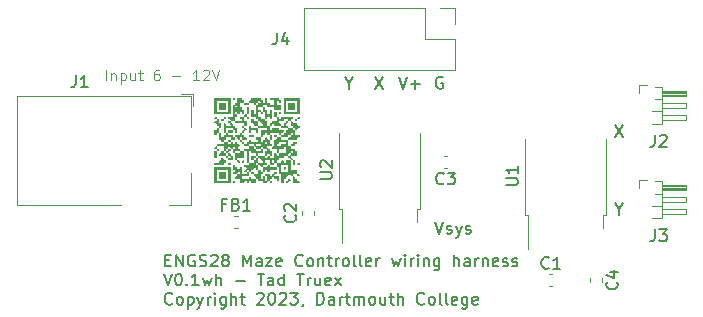
<source format=gbr>
%TF.GenerationSoftware,KiCad,Pcbnew,7.0.2-0*%
%TF.CreationDate,2023-10-10T16:02:43-04:00*%
%TF.ProjectId,WiringHarness,57697269-6e67-4486-9172-6e6573732e6b,rev?*%
%TF.SameCoordinates,Original*%
%TF.FileFunction,Legend,Top*%
%TF.FilePolarity,Positive*%
%FSLAX46Y46*%
G04 Gerber Fmt 4.6, Leading zero omitted, Abs format (unit mm)*
G04 Created by KiCad (PCBNEW 7.0.2-0) date 2023-10-10 16:02:43*
%MOMM*%
%LPD*%
G01*
G04 APERTURE LIST*
%ADD10C,0.150000*%
%ADD11C,0.127000*%
%ADD12C,0.090000*%
%ADD13C,0.120000*%
G04 APERTURE END LIST*
D10*
X187705904Y-43629238D02*
X187610666Y-43581619D01*
X187610666Y-43581619D02*
X187467809Y-43581619D01*
X187467809Y-43581619D02*
X187324952Y-43629238D01*
X187324952Y-43629238D02*
X187229714Y-43724476D01*
X187229714Y-43724476D02*
X187182095Y-43819714D01*
X187182095Y-43819714D02*
X187134476Y-44010190D01*
X187134476Y-44010190D02*
X187134476Y-44153047D01*
X187134476Y-44153047D02*
X187182095Y-44343523D01*
X187182095Y-44343523D02*
X187229714Y-44438761D01*
X187229714Y-44438761D02*
X187324952Y-44534000D01*
X187324952Y-44534000D02*
X187467809Y-44581619D01*
X187467809Y-44581619D02*
X187563047Y-44581619D01*
X187563047Y-44581619D02*
X187705904Y-44534000D01*
X187705904Y-44534000D02*
X187753523Y-44486380D01*
X187753523Y-44486380D02*
X187753523Y-44153047D01*
X187753523Y-44153047D02*
X187563047Y-44153047D01*
X183991238Y-43581619D02*
X184324571Y-44581619D01*
X184324571Y-44581619D02*
X184657904Y-43581619D01*
X184991238Y-44200666D02*
X185753143Y-44200666D01*
X185372190Y-44581619D02*
X185372190Y-43819714D01*
X179752571Y-44105428D02*
X179752571Y-44581619D01*
X179419238Y-43581619D02*
X179752571Y-44105428D01*
X179752571Y-44105428D02*
X180085904Y-43581619D01*
X182006857Y-43581619D02*
X182673523Y-44581619D01*
X182673523Y-43581619D02*
X182006857Y-44581619D01*
X202326857Y-47645619D02*
X202993523Y-48645619D01*
X202993523Y-47645619D02*
X202326857Y-48645619D01*
X202612571Y-54773428D02*
X202612571Y-55249619D01*
X202279238Y-54249619D02*
X202612571Y-54773428D01*
X202612571Y-54773428D02*
X202945904Y-54249619D01*
D11*
X187096761Y-55859660D02*
X187435428Y-56875660D01*
X187435428Y-56875660D02*
X187774095Y-55859660D01*
X188064380Y-56827280D02*
X188161142Y-56875660D01*
X188161142Y-56875660D02*
X188354666Y-56875660D01*
X188354666Y-56875660D02*
X188451428Y-56827280D01*
X188451428Y-56827280D02*
X188499809Y-56730518D01*
X188499809Y-56730518D02*
X188499809Y-56682137D01*
X188499809Y-56682137D02*
X188451428Y-56585375D01*
X188451428Y-56585375D02*
X188354666Y-56536994D01*
X188354666Y-56536994D02*
X188209523Y-56536994D01*
X188209523Y-56536994D02*
X188112761Y-56488613D01*
X188112761Y-56488613D02*
X188064380Y-56391851D01*
X188064380Y-56391851D02*
X188064380Y-56343470D01*
X188064380Y-56343470D02*
X188112761Y-56246708D01*
X188112761Y-56246708D02*
X188209523Y-56198327D01*
X188209523Y-56198327D02*
X188354666Y-56198327D01*
X188354666Y-56198327D02*
X188451428Y-56246708D01*
X188838475Y-56198327D02*
X189080380Y-56875660D01*
X189322285Y-56198327D02*
X189080380Y-56875660D01*
X189080380Y-56875660D02*
X188983618Y-57117565D01*
X188983618Y-57117565D02*
X188935237Y-57165946D01*
X188935237Y-57165946D02*
X188838475Y-57214327D01*
X189660951Y-56827280D02*
X189757713Y-56875660D01*
X189757713Y-56875660D02*
X189951237Y-56875660D01*
X189951237Y-56875660D02*
X190047999Y-56827280D01*
X190047999Y-56827280D02*
X190096380Y-56730518D01*
X190096380Y-56730518D02*
X190096380Y-56682137D01*
X190096380Y-56682137D02*
X190047999Y-56585375D01*
X190047999Y-56585375D02*
X189951237Y-56536994D01*
X189951237Y-56536994D02*
X189806094Y-56536994D01*
X189806094Y-56536994D02*
X189709332Y-56488613D01*
X189709332Y-56488613D02*
X189660951Y-56391851D01*
X189660951Y-56391851D02*
X189660951Y-56343470D01*
X189660951Y-56343470D02*
X189709332Y-56246708D01*
X189709332Y-56246708D02*
X189806094Y-56198327D01*
X189806094Y-56198327D02*
X189951237Y-56198327D01*
X189951237Y-56198327D02*
X190047999Y-56246708D01*
D12*
X159214285Y-43889857D02*
X159214285Y-42989857D01*
X159642856Y-43289857D02*
X159642856Y-43889857D01*
X159642856Y-43375571D02*
X159685713Y-43332714D01*
X159685713Y-43332714D02*
X159771428Y-43289857D01*
X159771428Y-43289857D02*
X159899999Y-43289857D01*
X159899999Y-43289857D02*
X159985713Y-43332714D01*
X159985713Y-43332714D02*
X160028571Y-43418428D01*
X160028571Y-43418428D02*
X160028571Y-43889857D01*
X160457142Y-43289857D02*
X160457142Y-44189857D01*
X160457142Y-43332714D02*
X160542857Y-43289857D01*
X160542857Y-43289857D02*
X160714285Y-43289857D01*
X160714285Y-43289857D02*
X160799999Y-43332714D01*
X160799999Y-43332714D02*
X160842857Y-43375571D01*
X160842857Y-43375571D02*
X160885714Y-43461285D01*
X160885714Y-43461285D02*
X160885714Y-43718428D01*
X160885714Y-43718428D02*
X160842857Y-43804142D01*
X160842857Y-43804142D02*
X160799999Y-43847000D01*
X160799999Y-43847000D02*
X160714285Y-43889857D01*
X160714285Y-43889857D02*
X160542857Y-43889857D01*
X160542857Y-43889857D02*
X160457142Y-43847000D01*
X161657143Y-43289857D02*
X161657143Y-43889857D01*
X161271428Y-43289857D02*
X161271428Y-43761285D01*
X161271428Y-43761285D02*
X161314285Y-43847000D01*
X161314285Y-43847000D02*
X161400000Y-43889857D01*
X161400000Y-43889857D02*
X161528571Y-43889857D01*
X161528571Y-43889857D02*
X161614285Y-43847000D01*
X161614285Y-43847000D02*
X161657143Y-43804142D01*
X161957143Y-43289857D02*
X162300000Y-43289857D01*
X162085714Y-42989857D02*
X162085714Y-43761285D01*
X162085714Y-43761285D02*
X162128571Y-43847000D01*
X162128571Y-43847000D02*
X162214286Y-43889857D01*
X162214286Y-43889857D02*
X162300000Y-43889857D01*
X163671429Y-42989857D02*
X163500000Y-42989857D01*
X163500000Y-42989857D02*
X163414286Y-43032714D01*
X163414286Y-43032714D02*
X163371429Y-43075571D01*
X163371429Y-43075571D02*
X163285714Y-43204142D01*
X163285714Y-43204142D02*
X163242857Y-43375571D01*
X163242857Y-43375571D02*
X163242857Y-43718428D01*
X163242857Y-43718428D02*
X163285714Y-43804142D01*
X163285714Y-43804142D02*
X163328571Y-43847000D01*
X163328571Y-43847000D02*
X163414286Y-43889857D01*
X163414286Y-43889857D02*
X163585714Y-43889857D01*
X163585714Y-43889857D02*
X163671429Y-43847000D01*
X163671429Y-43847000D02*
X163714286Y-43804142D01*
X163714286Y-43804142D02*
X163757143Y-43718428D01*
X163757143Y-43718428D02*
X163757143Y-43504142D01*
X163757143Y-43504142D02*
X163714286Y-43418428D01*
X163714286Y-43418428D02*
X163671429Y-43375571D01*
X163671429Y-43375571D02*
X163585714Y-43332714D01*
X163585714Y-43332714D02*
X163414286Y-43332714D01*
X163414286Y-43332714D02*
X163328571Y-43375571D01*
X163328571Y-43375571D02*
X163285714Y-43418428D01*
X163285714Y-43418428D02*
X163242857Y-43504142D01*
X164828571Y-43547000D02*
X165514286Y-43547000D01*
X167100000Y-43889857D02*
X166585714Y-43889857D01*
X166842857Y-43889857D02*
X166842857Y-42989857D01*
X166842857Y-42989857D02*
X166757143Y-43118428D01*
X166757143Y-43118428D02*
X166671428Y-43204142D01*
X166671428Y-43204142D02*
X166585714Y-43247000D01*
X167442857Y-43075571D02*
X167485714Y-43032714D01*
X167485714Y-43032714D02*
X167571429Y-42989857D01*
X167571429Y-42989857D02*
X167785714Y-42989857D01*
X167785714Y-42989857D02*
X167871429Y-43032714D01*
X167871429Y-43032714D02*
X167914286Y-43075571D01*
X167914286Y-43075571D02*
X167957143Y-43161285D01*
X167957143Y-43161285D02*
X167957143Y-43247000D01*
X167957143Y-43247000D02*
X167914286Y-43375571D01*
X167914286Y-43375571D02*
X167400000Y-43889857D01*
X167400000Y-43889857D02*
X167957143Y-43889857D01*
X168214286Y-42989857D02*
X168514286Y-43889857D01*
X168514286Y-43889857D02*
X168814286Y-42989857D01*
D10*
X164238095Y-59113809D02*
X164571428Y-59113809D01*
X164714285Y-59637619D02*
X164238095Y-59637619D01*
X164238095Y-59637619D02*
X164238095Y-58637619D01*
X164238095Y-58637619D02*
X164714285Y-58637619D01*
X165142857Y-59637619D02*
X165142857Y-58637619D01*
X165142857Y-58637619D02*
X165714285Y-59637619D01*
X165714285Y-59637619D02*
X165714285Y-58637619D01*
X166714285Y-58685238D02*
X166619047Y-58637619D01*
X166619047Y-58637619D02*
X166476190Y-58637619D01*
X166476190Y-58637619D02*
X166333333Y-58685238D01*
X166333333Y-58685238D02*
X166238095Y-58780476D01*
X166238095Y-58780476D02*
X166190476Y-58875714D01*
X166190476Y-58875714D02*
X166142857Y-59066190D01*
X166142857Y-59066190D02*
X166142857Y-59209047D01*
X166142857Y-59209047D02*
X166190476Y-59399523D01*
X166190476Y-59399523D02*
X166238095Y-59494761D01*
X166238095Y-59494761D02*
X166333333Y-59590000D01*
X166333333Y-59590000D02*
X166476190Y-59637619D01*
X166476190Y-59637619D02*
X166571428Y-59637619D01*
X166571428Y-59637619D02*
X166714285Y-59590000D01*
X166714285Y-59590000D02*
X166761904Y-59542380D01*
X166761904Y-59542380D02*
X166761904Y-59209047D01*
X166761904Y-59209047D02*
X166571428Y-59209047D01*
X167142857Y-59590000D02*
X167285714Y-59637619D01*
X167285714Y-59637619D02*
X167523809Y-59637619D01*
X167523809Y-59637619D02*
X167619047Y-59590000D01*
X167619047Y-59590000D02*
X167666666Y-59542380D01*
X167666666Y-59542380D02*
X167714285Y-59447142D01*
X167714285Y-59447142D02*
X167714285Y-59351904D01*
X167714285Y-59351904D02*
X167666666Y-59256666D01*
X167666666Y-59256666D02*
X167619047Y-59209047D01*
X167619047Y-59209047D02*
X167523809Y-59161428D01*
X167523809Y-59161428D02*
X167333333Y-59113809D01*
X167333333Y-59113809D02*
X167238095Y-59066190D01*
X167238095Y-59066190D02*
X167190476Y-59018571D01*
X167190476Y-59018571D02*
X167142857Y-58923333D01*
X167142857Y-58923333D02*
X167142857Y-58828095D01*
X167142857Y-58828095D02*
X167190476Y-58732857D01*
X167190476Y-58732857D02*
X167238095Y-58685238D01*
X167238095Y-58685238D02*
X167333333Y-58637619D01*
X167333333Y-58637619D02*
X167571428Y-58637619D01*
X167571428Y-58637619D02*
X167714285Y-58685238D01*
X168095238Y-58732857D02*
X168142857Y-58685238D01*
X168142857Y-58685238D02*
X168238095Y-58637619D01*
X168238095Y-58637619D02*
X168476190Y-58637619D01*
X168476190Y-58637619D02*
X168571428Y-58685238D01*
X168571428Y-58685238D02*
X168619047Y-58732857D01*
X168619047Y-58732857D02*
X168666666Y-58828095D01*
X168666666Y-58828095D02*
X168666666Y-58923333D01*
X168666666Y-58923333D02*
X168619047Y-59066190D01*
X168619047Y-59066190D02*
X168047619Y-59637619D01*
X168047619Y-59637619D02*
X168666666Y-59637619D01*
X169238095Y-59066190D02*
X169142857Y-59018571D01*
X169142857Y-59018571D02*
X169095238Y-58970952D01*
X169095238Y-58970952D02*
X169047619Y-58875714D01*
X169047619Y-58875714D02*
X169047619Y-58828095D01*
X169047619Y-58828095D02*
X169095238Y-58732857D01*
X169095238Y-58732857D02*
X169142857Y-58685238D01*
X169142857Y-58685238D02*
X169238095Y-58637619D01*
X169238095Y-58637619D02*
X169428571Y-58637619D01*
X169428571Y-58637619D02*
X169523809Y-58685238D01*
X169523809Y-58685238D02*
X169571428Y-58732857D01*
X169571428Y-58732857D02*
X169619047Y-58828095D01*
X169619047Y-58828095D02*
X169619047Y-58875714D01*
X169619047Y-58875714D02*
X169571428Y-58970952D01*
X169571428Y-58970952D02*
X169523809Y-59018571D01*
X169523809Y-59018571D02*
X169428571Y-59066190D01*
X169428571Y-59066190D02*
X169238095Y-59066190D01*
X169238095Y-59066190D02*
X169142857Y-59113809D01*
X169142857Y-59113809D02*
X169095238Y-59161428D01*
X169095238Y-59161428D02*
X169047619Y-59256666D01*
X169047619Y-59256666D02*
X169047619Y-59447142D01*
X169047619Y-59447142D02*
X169095238Y-59542380D01*
X169095238Y-59542380D02*
X169142857Y-59590000D01*
X169142857Y-59590000D02*
X169238095Y-59637619D01*
X169238095Y-59637619D02*
X169428571Y-59637619D01*
X169428571Y-59637619D02*
X169523809Y-59590000D01*
X169523809Y-59590000D02*
X169571428Y-59542380D01*
X169571428Y-59542380D02*
X169619047Y-59447142D01*
X169619047Y-59447142D02*
X169619047Y-59256666D01*
X169619047Y-59256666D02*
X169571428Y-59161428D01*
X169571428Y-59161428D02*
X169523809Y-59113809D01*
X169523809Y-59113809D02*
X169428571Y-59066190D01*
X170809524Y-59637619D02*
X170809524Y-58637619D01*
X170809524Y-58637619D02*
X171142857Y-59351904D01*
X171142857Y-59351904D02*
X171476190Y-58637619D01*
X171476190Y-58637619D02*
X171476190Y-59637619D01*
X172380952Y-59637619D02*
X172380952Y-59113809D01*
X172380952Y-59113809D02*
X172333333Y-59018571D01*
X172333333Y-59018571D02*
X172238095Y-58970952D01*
X172238095Y-58970952D02*
X172047619Y-58970952D01*
X172047619Y-58970952D02*
X171952381Y-59018571D01*
X172380952Y-59590000D02*
X172285714Y-59637619D01*
X172285714Y-59637619D02*
X172047619Y-59637619D01*
X172047619Y-59637619D02*
X171952381Y-59590000D01*
X171952381Y-59590000D02*
X171904762Y-59494761D01*
X171904762Y-59494761D02*
X171904762Y-59399523D01*
X171904762Y-59399523D02*
X171952381Y-59304285D01*
X171952381Y-59304285D02*
X172047619Y-59256666D01*
X172047619Y-59256666D02*
X172285714Y-59256666D01*
X172285714Y-59256666D02*
X172380952Y-59209047D01*
X172761905Y-58970952D02*
X173285714Y-58970952D01*
X173285714Y-58970952D02*
X172761905Y-59637619D01*
X172761905Y-59637619D02*
X173285714Y-59637619D01*
X174047619Y-59590000D02*
X173952381Y-59637619D01*
X173952381Y-59637619D02*
X173761905Y-59637619D01*
X173761905Y-59637619D02*
X173666667Y-59590000D01*
X173666667Y-59590000D02*
X173619048Y-59494761D01*
X173619048Y-59494761D02*
X173619048Y-59113809D01*
X173619048Y-59113809D02*
X173666667Y-59018571D01*
X173666667Y-59018571D02*
X173761905Y-58970952D01*
X173761905Y-58970952D02*
X173952381Y-58970952D01*
X173952381Y-58970952D02*
X174047619Y-59018571D01*
X174047619Y-59018571D02*
X174095238Y-59113809D01*
X174095238Y-59113809D02*
X174095238Y-59209047D01*
X174095238Y-59209047D02*
X173619048Y-59304285D01*
X175857143Y-59542380D02*
X175809524Y-59590000D01*
X175809524Y-59590000D02*
X175666667Y-59637619D01*
X175666667Y-59637619D02*
X175571429Y-59637619D01*
X175571429Y-59637619D02*
X175428572Y-59590000D01*
X175428572Y-59590000D02*
X175333334Y-59494761D01*
X175333334Y-59494761D02*
X175285715Y-59399523D01*
X175285715Y-59399523D02*
X175238096Y-59209047D01*
X175238096Y-59209047D02*
X175238096Y-59066190D01*
X175238096Y-59066190D02*
X175285715Y-58875714D01*
X175285715Y-58875714D02*
X175333334Y-58780476D01*
X175333334Y-58780476D02*
X175428572Y-58685238D01*
X175428572Y-58685238D02*
X175571429Y-58637619D01*
X175571429Y-58637619D02*
X175666667Y-58637619D01*
X175666667Y-58637619D02*
X175809524Y-58685238D01*
X175809524Y-58685238D02*
X175857143Y-58732857D01*
X176428572Y-59637619D02*
X176333334Y-59590000D01*
X176333334Y-59590000D02*
X176285715Y-59542380D01*
X176285715Y-59542380D02*
X176238096Y-59447142D01*
X176238096Y-59447142D02*
X176238096Y-59161428D01*
X176238096Y-59161428D02*
X176285715Y-59066190D01*
X176285715Y-59066190D02*
X176333334Y-59018571D01*
X176333334Y-59018571D02*
X176428572Y-58970952D01*
X176428572Y-58970952D02*
X176571429Y-58970952D01*
X176571429Y-58970952D02*
X176666667Y-59018571D01*
X176666667Y-59018571D02*
X176714286Y-59066190D01*
X176714286Y-59066190D02*
X176761905Y-59161428D01*
X176761905Y-59161428D02*
X176761905Y-59447142D01*
X176761905Y-59447142D02*
X176714286Y-59542380D01*
X176714286Y-59542380D02*
X176666667Y-59590000D01*
X176666667Y-59590000D02*
X176571429Y-59637619D01*
X176571429Y-59637619D02*
X176428572Y-59637619D01*
X177190477Y-58970952D02*
X177190477Y-59637619D01*
X177190477Y-59066190D02*
X177238096Y-59018571D01*
X177238096Y-59018571D02*
X177333334Y-58970952D01*
X177333334Y-58970952D02*
X177476191Y-58970952D01*
X177476191Y-58970952D02*
X177571429Y-59018571D01*
X177571429Y-59018571D02*
X177619048Y-59113809D01*
X177619048Y-59113809D02*
X177619048Y-59637619D01*
X177952382Y-58970952D02*
X178333334Y-58970952D01*
X178095239Y-58637619D02*
X178095239Y-59494761D01*
X178095239Y-59494761D02*
X178142858Y-59590000D01*
X178142858Y-59590000D02*
X178238096Y-59637619D01*
X178238096Y-59637619D02*
X178333334Y-59637619D01*
X178666668Y-59637619D02*
X178666668Y-58970952D01*
X178666668Y-59161428D02*
X178714287Y-59066190D01*
X178714287Y-59066190D02*
X178761906Y-59018571D01*
X178761906Y-59018571D02*
X178857144Y-58970952D01*
X178857144Y-58970952D02*
X178952382Y-58970952D01*
X179428573Y-59637619D02*
X179333335Y-59590000D01*
X179333335Y-59590000D02*
X179285716Y-59542380D01*
X179285716Y-59542380D02*
X179238097Y-59447142D01*
X179238097Y-59447142D02*
X179238097Y-59161428D01*
X179238097Y-59161428D02*
X179285716Y-59066190D01*
X179285716Y-59066190D02*
X179333335Y-59018571D01*
X179333335Y-59018571D02*
X179428573Y-58970952D01*
X179428573Y-58970952D02*
X179571430Y-58970952D01*
X179571430Y-58970952D02*
X179666668Y-59018571D01*
X179666668Y-59018571D02*
X179714287Y-59066190D01*
X179714287Y-59066190D02*
X179761906Y-59161428D01*
X179761906Y-59161428D02*
X179761906Y-59447142D01*
X179761906Y-59447142D02*
X179714287Y-59542380D01*
X179714287Y-59542380D02*
X179666668Y-59590000D01*
X179666668Y-59590000D02*
X179571430Y-59637619D01*
X179571430Y-59637619D02*
X179428573Y-59637619D01*
X180333335Y-59637619D02*
X180238097Y-59590000D01*
X180238097Y-59590000D02*
X180190478Y-59494761D01*
X180190478Y-59494761D02*
X180190478Y-58637619D01*
X180857145Y-59637619D02*
X180761907Y-59590000D01*
X180761907Y-59590000D02*
X180714288Y-59494761D01*
X180714288Y-59494761D02*
X180714288Y-58637619D01*
X181619050Y-59590000D02*
X181523812Y-59637619D01*
X181523812Y-59637619D02*
X181333336Y-59637619D01*
X181333336Y-59637619D02*
X181238098Y-59590000D01*
X181238098Y-59590000D02*
X181190479Y-59494761D01*
X181190479Y-59494761D02*
X181190479Y-59113809D01*
X181190479Y-59113809D02*
X181238098Y-59018571D01*
X181238098Y-59018571D02*
X181333336Y-58970952D01*
X181333336Y-58970952D02*
X181523812Y-58970952D01*
X181523812Y-58970952D02*
X181619050Y-59018571D01*
X181619050Y-59018571D02*
X181666669Y-59113809D01*
X181666669Y-59113809D02*
X181666669Y-59209047D01*
X181666669Y-59209047D02*
X181190479Y-59304285D01*
X182095241Y-59637619D02*
X182095241Y-58970952D01*
X182095241Y-59161428D02*
X182142860Y-59066190D01*
X182142860Y-59066190D02*
X182190479Y-59018571D01*
X182190479Y-59018571D02*
X182285717Y-58970952D01*
X182285717Y-58970952D02*
X182380955Y-58970952D01*
X183380956Y-58970952D02*
X183571432Y-59637619D01*
X183571432Y-59637619D02*
X183761908Y-59161428D01*
X183761908Y-59161428D02*
X183952384Y-59637619D01*
X183952384Y-59637619D02*
X184142860Y-58970952D01*
X184523813Y-59637619D02*
X184523813Y-58970952D01*
X184523813Y-58637619D02*
X184476194Y-58685238D01*
X184476194Y-58685238D02*
X184523813Y-58732857D01*
X184523813Y-58732857D02*
X184571432Y-58685238D01*
X184571432Y-58685238D02*
X184523813Y-58637619D01*
X184523813Y-58637619D02*
X184523813Y-58732857D01*
X185000003Y-59637619D02*
X185000003Y-58970952D01*
X185000003Y-59161428D02*
X185047622Y-59066190D01*
X185047622Y-59066190D02*
X185095241Y-59018571D01*
X185095241Y-59018571D02*
X185190479Y-58970952D01*
X185190479Y-58970952D02*
X185285717Y-58970952D01*
X185619051Y-59637619D02*
X185619051Y-58970952D01*
X185619051Y-58637619D02*
X185571432Y-58685238D01*
X185571432Y-58685238D02*
X185619051Y-58732857D01*
X185619051Y-58732857D02*
X185666670Y-58685238D01*
X185666670Y-58685238D02*
X185619051Y-58637619D01*
X185619051Y-58637619D02*
X185619051Y-58732857D01*
X186095241Y-58970952D02*
X186095241Y-59637619D01*
X186095241Y-59066190D02*
X186142860Y-59018571D01*
X186142860Y-59018571D02*
X186238098Y-58970952D01*
X186238098Y-58970952D02*
X186380955Y-58970952D01*
X186380955Y-58970952D02*
X186476193Y-59018571D01*
X186476193Y-59018571D02*
X186523812Y-59113809D01*
X186523812Y-59113809D02*
X186523812Y-59637619D01*
X187428574Y-58970952D02*
X187428574Y-59780476D01*
X187428574Y-59780476D02*
X187380955Y-59875714D01*
X187380955Y-59875714D02*
X187333336Y-59923333D01*
X187333336Y-59923333D02*
X187238098Y-59970952D01*
X187238098Y-59970952D02*
X187095241Y-59970952D01*
X187095241Y-59970952D02*
X187000003Y-59923333D01*
X187428574Y-59590000D02*
X187333336Y-59637619D01*
X187333336Y-59637619D02*
X187142860Y-59637619D01*
X187142860Y-59637619D02*
X187047622Y-59590000D01*
X187047622Y-59590000D02*
X187000003Y-59542380D01*
X187000003Y-59542380D02*
X186952384Y-59447142D01*
X186952384Y-59447142D02*
X186952384Y-59161428D01*
X186952384Y-59161428D02*
X187000003Y-59066190D01*
X187000003Y-59066190D02*
X187047622Y-59018571D01*
X187047622Y-59018571D02*
X187142860Y-58970952D01*
X187142860Y-58970952D02*
X187333336Y-58970952D01*
X187333336Y-58970952D02*
X187428574Y-59018571D01*
X188666670Y-59637619D02*
X188666670Y-58637619D01*
X189095241Y-59637619D02*
X189095241Y-59113809D01*
X189095241Y-59113809D02*
X189047622Y-59018571D01*
X189047622Y-59018571D02*
X188952384Y-58970952D01*
X188952384Y-58970952D02*
X188809527Y-58970952D01*
X188809527Y-58970952D02*
X188714289Y-59018571D01*
X188714289Y-59018571D02*
X188666670Y-59066190D01*
X190000003Y-59637619D02*
X190000003Y-59113809D01*
X190000003Y-59113809D02*
X189952384Y-59018571D01*
X189952384Y-59018571D02*
X189857146Y-58970952D01*
X189857146Y-58970952D02*
X189666670Y-58970952D01*
X189666670Y-58970952D02*
X189571432Y-59018571D01*
X190000003Y-59590000D02*
X189904765Y-59637619D01*
X189904765Y-59637619D02*
X189666670Y-59637619D01*
X189666670Y-59637619D02*
X189571432Y-59590000D01*
X189571432Y-59590000D02*
X189523813Y-59494761D01*
X189523813Y-59494761D02*
X189523813Y-59399523D01*
X189523813Y-59399523D02*
X189571432Y-59304285D01*
X189571432Y-59304285D02*
X189666670Y-59256666D01*
X189666670Y-59256666D02*
X189904765Y-59256666D01*
X189904765Y-59256666D02*
X190000003Y-59209047D01*
X190476194Y-59637619D02*
X190476194Y-58970952D01*
X190476194Y-59161428D02*
X190523813Y-59066190D01*
X190523813Y-59066190D02*
X190571432Y-59018571D01*
X190571432Y-59018571D02*
X190666670Y-58970952D01*
X190666670Y-58970952D02*
X190761908Y-58970952D01*
X191095242Y-58970952D02*
X191095242Y-59637619D01*
X191095242Y-59066190D02*
X191142861Y-59018571D01*
X191142861Y-59018571D02*
X191238099Y-58970952D01*
X191238099Y-58970952D02*
X191380956Y-58970952D01*
X191380956Y-58970952D02*
X191476194Y-59018571D01*
X191476194Y-59018571D02*
X191523813Y-59113809D01*
X191523813Y-59113809D02*
X191523813Y-59637619D01*
X192380956Y-59590000D02*
X192285718Y-59637619D01*
X192285718Y-59637619D02*
X192095242Y-59637619D01*
X192095242Y-59637619D02*
X192000004Y-59590000D01*
X192000004Y-59590000D02*
X191952385Y-59494761D01*
X191952385Y-59494761D02*
X191952385Y-59113809D01*
X191952385Y-59113809D02*
X192000004Y-59018571D01*
X192000004Y-59018571D02*
X192095242Y-58970952D01*
X192095242Y-58970952D02*
X192285718Y-58970952D01*
X192285718Y-58970952D02*
X192380956Y-59018571D01*
X192380956Y-59018571D02*
X192428575Y-59113809D01*
X192428575Y-59113809D02*
X192428575Y-59209047D01*
X192428575Y-59209047D02*
X191952385Y-59304285D01*
X192809528Y-59590000D02*
X192904766Y-59637619D01*
X192904766Y-59637619D02*
X193095242Y-59637619D01*
X193095242Y-59637619D02*
X193190480Y-59590000D01*
X193190480Y-59590000D02*
X193238099Y-59494761D01*
X193238099Y-59494761D02*
X193238099Y-59447142D01*
X193238099Y-59447142D02*
X193190480Y-59351904D01*
X193190480Y-59351904D02*
X193095242Y-59304285D01*
X193095242Y-59304285D02*
X192952385Y-59304285D01*
X192952385Y-59304285D02*
X192857147Y-59256666D01*
X192857147Y-59256666D02*
X192809528Y-59161428D01*
X192809528Y-59161428D02*
X192809528Y-59113809D01*
X192809528Y-59113809D02*
X192857147Y-59018571D01*
X192857147Y-59018571D02*
X192952385Y-58970952D01*
X192952385Y-58970952D02*
X193095242Y-58970952D01*
X193095242Y-58970952D02*
X193190480Y-59018571D01*
X193619052Y-59590000D02*
X193714290Y-59637619D01*
X193714290Y-59637619D02*
X193904766Y-59637619D01*
X193904766Y-59637619D02*
X194000004Y-59590000D01*
X194000004Y-59590000D02*
X194047623Y-59494761D01*
X194047623Y-59494761D02*
X194047623Y-59447142D01*
X194047623Y-59447142D02*
X194000004Y-59351904D01*
X194000004Y-59351904D02*
X193904766Y-59304285D01*
X193904766Y-59304285D02*
X193761909Y-59304285D01*
X193761909Y-59304285D02*
X193666671Y-59256666D01*
X193666671Y-59256666D02*
X193619052Y-59161428D01*
X193619052Y-59161428D02*
X193619052Y-59113809D01*
X193619052Y-59113809D02*
X193666671Y-59018571D01*
X193666671Y-59018571D02*
X193761909Y-58970952D01*
X193761909Y-58970952D02*
X193904766Y-58970952D01*
X193904766Y-58970952D02*
X194000004Y-59018571D01*
X164095238Y-60257619D02*
X164428571Y-61257619D01*
X164428571Y-61257619D02*
X164761904Y-60257619D01*
X165285714Y-60257619D02*
X165380952Y-60257619D01*
X165380952Y-60257619D02*
X165476190Y-60305238D01*
X165476190Y-60305238D02*
X165523809Y-60352857D01*
X165523809Y-60352857D02*
X165571428Y-60448095D01*
X165571428Y-60448095D02*
X165619047Y-60638571D01*
X165619047Y-60638571D02*
X165619047Y-60876666D01*
X165619047Y-60876666D02*
X165571428Y-61067142D01*
X165571428Y-61067142D02*
X165523809Y-61162380D01*
X165523809Y-61162380D02*
X165476190Y-61210000D01*
X165476190Y-61210000D02*
X165380952Y-61257619D01*
X165380952Y-61257619D02*
X165285714Y-61257619D01*
X165285714Y-61257619D02*
X165190476Y-61210000D01*
X165190476Y-61210000D02*
X165142857Y-61162380D01*
X165142857Y-61162380D02*
X165095238Y-61067142D01*
X165095238Y-61067142D02*
X165047619Y-60876666D01*
X165047619Y-60876666D02*
X165047619Y-60638571D01*
X165047619Y-60638571D02*
X165095238Y-60448095D01*
X165095238Y-60448095D02*
X165142857Y-60352857D01*
X165142857Y-60352857D02*
X165190476Y-60305238D01*
X165190476Y-60305238D02*
X165285714Y-60257619D01*
X166047619Y-61162380D02*
X166095238Y-61210000D01*
X166095238Y-61210000D02*
X166047619Y-61257619D01*
X166047619Y-61257619D02*
X166000000Y-61210000D01*
X166000000Y-61210000D02*
X166047619Y-61162380D01*
X166047619Y-61162380D02*
X166047619Y-61257619D01*
X167047618Y-61257619D02*
X166476190Y-61257619D01*
X166761904Y-61257619D02*
X166761904Y-60257619D01*
X166761904Y-60257619D02*
X166666666Y-60400476D01*
X166666666Y-60400476D02*
X166571428Y-60495714D01*
X166571428Y-60495714D02*
X166476190Y-60543333D01*
X167380952Y-60590952D02*
X167571428Y-61257619D01*
X167571428Y-61257619D02*
X167761904Y-60781428D01*
X167761904Y-60781428D02*
X167952380Y-61257619D01*
X167952380Y-61257619D02*
X168142856Y-60590952D01*
X168523809Y-61257619D02*
X168523809Y-60257619D01*
X168952380Y-61257619D02*
X168952380Y-60733809D01*
X168952380Y-60733809D02*
X168904761Y-60638571D01*
X168904761Y-60638571D02*
X168809523Y-60590952D01*
X168809523Y-60590952D02*
X168666666Y-60590952D01*
X168666666Y-60590952D02*
X168571428Y-60638571D01*
X168571428Y-60638571D02*
X168523809Y-60686190D01*
X170190476Y-60876666D02*
X170952381Y-60876666D01*
X172047619Y-60257619D02*
X172619047Y-60257619D01*
X172333333Y-61257619D02*
X172333333Y-60257619D01*
X173380952Y-61257619D02*
X173380952Y-60733809D01*
X173380952Y-60733809D02*
X173333333Y-60638571D01*
X173333333Y-60638571D02*
X173238095Y-60590952D01*
X173238095Y-60590952D02*
X173047619Y-60590952D01*
X173047619Y-60590952D02*
X172952381Y-60638571D01*
X173380952Y-61210000D02*
X173285714Y-61257619D01*
X173285714Y-61257619D02*
X173047619Y-61257619D01*
X173047619Y-61257619D02*
X172952381Y-61210000D01*
X172952381Y-61210000D02*
X172904762Y-61114761D01*
X172904762Y-61114761D02*
X172904762Y-61019523D01*
X172904762Y-61019523D02*
X172952381Y-60924285D01*
X172952381Y-60924285D02*
X173047619Y-60876666D01*
X173047619Y-60876666D02*
X173285714Y-60876666D01*
X173285714Y-60876666D02*
X173380952Y-60829047D01*
X174285714Y-61257619D02*
X174285714Y-60257619D01*
X174285714Y-61210000D02*
X174190476Y-61257619D01*
X174190476Y-61257619D02*
X174000000Y-61257619D01*
X174000000Y-61257619D02*
X173904762Y-61210000D01*
X173904762Y-61210000D02*
X173857143Y-61162380D01*
X173857143Y-61162380D02*
X173809524Y-61067142D01*
X173809524Y-61067142D02*
X173809524Y-60781428D01*
X173809524Y-60781428D02*
X173857143Y-60686190D01*
X173857143Y-60686190D02*
X173904762Y-60638571D01*
X173904762Y-60638571D02*
X174000000Y-60590952D01*
X174000000Y-60590952D02*
X174190476Y-60590952D01*
X174190476Y-60590952D02*
X174285714Y-60638571D01*
X175380953Y-60257619D02*
X175952381Y-60257619D01*
X175666667Y-61257619D02*
X175666667Y-60257619D01*
X176285715Y-61257619D02*
X176285715Y-60590952D01*
X176285715Y-60781428D02*
X176333334Y-60686190D01*
X176333334Y-60686190D02*
X176380953Y-60638571D01*
X176380953Y-60638571D02*
X176476191Y-60590952D01*
X176476191Y-60590952D02*
X176571429Y-60590952D01*
X177333334Y-60590952D02*
X177333334Y-61257619D01*
X176904763Y-60590952D02*
X176904763Y-61114761D01*
X176904763Y-61114761D02*
X176952382Y-61210000D01*
X176952382Y-61210000D02*
X177047620Y-61257619D01*
X177047620Y-61257619D02*
X177190477Y-61257619D01*
X177190477Y-61257619D02*
X177285715Y-61210000D01*
X177285715Y-61210000D02*
X177333334Y-61162380D01*
X178190477Y-61210000D02*
X178095239Y-61257619D01*
X178095239Y-61257619D02*
X177904763Y-61257619D01*
X177904763Y-61257619D02*
X177809525Y-61210000D01*
X177809525Y-61210000D02*
X177761906Y-61114761D01*
X177761906Y-61114761D02*
X177761906Y-60733809D01*
X177761906Y-60733809D02*
X177809525Y-60638571D01*
X177809525Y-60638571D02*
X177904763Y-60590952D01*
X177904763Y-60590952D02*
X178095239Y-60590952D01*
X178095239Y-60590952D02*
X178190477Y-60638571D01*
X178190477Y-60638571D02*
X178238096Y-60733809D01*
X178238096Y-60733809D02*
X178238096Y-60829047D01*
X178238096Y-60829047D02*
X177761906Y-60924285D01*
X178571430Y-61257619D02*
X179095239Y-60590952D01*
X178571430Y-60590952D02*
X179095239Y-61257619D01*
X164809523Y-62782380D02*
X164761904Y-62830000D01*
X164761904Y-62830000D02*
X164619047Y-62877619D01*
X164619047Y-62877619D02*
X164523809Y-62877619D01*
X164523809Y-62877619D02*
X164380952Y-62830000D01*
X164380952Y-62830000D02*
X164285714Y-62734761D01*
X164285714Y-62734761D02*
X164238095Y-62639523D01*
X164238095Y-62639523D02*
X164190476Y-62449047D01*
X164190476Y-62449047D02*
X164190476Y-62306190D01*
X164190476Y-62306190D02*
X164238095Y-62115714D01*
X164238095Y-62115714D02*
X164285714Y-62020476D01*
X164285714Y-62020476D02*
X164380952Y-61925238D01*
X164380952Y-61925238D02*
X164523809Y-61877619D01*
X164523809Y-61877619D02*
X164619047Y-61877619D01*
X164619047Y-61877619D02*
X164761904Y-61925238D01*
X164761904Y-61925238D02*
X164809523Y-61972857D01*
X165380952Y-62877619D02*
X165285714Y-62830000D01*
X165285714Y-62830000D02*
X165238095Y-62782380D01*
X165238095Y-62782380D02*
X165190476Y-62687142D01*
X165190476Y-62687142D02*
X165190476Y-62401428D01*
X165190476Y-62401428D02*
X165238095Y-62306190D01*
X165238095Y-62306190D02*
X165285714Y-62258571D01*
X165285714Y-62258571D02*
X165380952Y-62210952D01*
X165380952Y-62210952D02*
X165523809Y-62210952D01*
X165523809Y-62210952D02*
X165619047Y-62258571D01*
X165619047Y-62258571D02*
X165666666Y-62306190D01*
X165666666Y-62306190D02*
X165714285Y-62401428D01*
X165714285Y-62401428D02*
X165714285Y-62687142D01*
X165714285Y-62687142D02*
X165666666Y-62782380D01*
X165666666Y-62782380D02*
X165619047Y-62830000D01*
X165619047Y-62830000D02*
X165523809Y-62877619D01*
X165523809Y-62877619D02*
X165380952Y-62877619D01*
X166142857Y-62210952D02*
X166142857Y-63210952D01*
X166142857Y-62258571D02*
X166238095Y-62210952D01*
X166238095Y-62210952D02*
X166428571Y-62210952D01*
X166428571Y-62210952D02*
X166523809Y-62258571D01*
X166523809Y-62258571D02*
X166571428Y-62306190D01*
X166571428Y-62306190D02*
X166619047Y-62401428D01*
X166619047Y-62401428D02*
X166619047Y-62687142D01*
X166619047Y-62687142D02*
X166571428Y-62782380D01*
X166571428Y-62782380D02*
X166523809Y-62830000D01*
X166523809Y-62830000D02*
X166428571Y-62877619D01*
X166428571Y-62877619D02*
X166238095Y-62877619D01*
X166238095Y-62877619D02*
X166142857Y-62830000D01*
X166952381Y-62210952D02*
X167190476Y-62877619D01*
X167428571Y-62210952D02*
X167190476Y-62877619D01*
X167190476Y-62877619D02*
X167095238Y-63115714D01*
X167095238Y-63115714D02*
X167047619Y-63163333D01*
X167047619Y-63163333D02*
X166952381Y-63210952D01*
X167809524Y-62877619D02*
X167809524Y-62210952D01*
X167809524Y-62401428D02*
X167857143Y-62306190D01*
X167857143Y-62306190D02*
X167904762Y-62258571D01*
X167904762Y-62258571D02*
X168000000Y-62210952D01*
X168000000Y-62210952D02*
X168095238Y-62210952D01*
X168428572Y-62877619D02*
X168428572Y-62210952D01*
X168428572Y-61877619D02*
X168380953Y-61925238D01*
X168380953Y-61925238D02*
X168428572Y-61972857D01*
X168428572Y-61972857D02*
X168476191Y-61925238D01*
X168476191Y-61925238D02*
X168428572Y-61877619D01*
X168428572Y-61877619D02*
X168428572Y-61972857D01*
X169333333Y-62210952D02*
X169333333Y-63020476D01*
X169333333Y-63020476D02*
X169285714Y-63115714D01*
X169285714Y-63115714D02*
X169238095Y-63163333D01*
X169238095Y-63163333D02*
X169142857Y-63210952D01*
X169142857Y-63210952D02*
X169000000Y-63210952D01*
X169000000Y-63210952D02*
X168904762Y-63163333D01*
X169333333Y-62830000D02*
X169238095Y-62877619D01*
X169238095Y-62877619D02*
X169047619Y-62877619D01*
X169047619Y-62877619D02*
X168952381Y-62830000D01*
X168952381Y-62830000D02*
X168904762Y-62782380D01*
X168904762Y-62782380D02*
X168857143Y-62687142D01*
X168857143Y-62687142D02*
X168857143Y-62401428D01*
X168857143Y-62401428D02*
X168904762Y-62306190D01*
X168904762Y-62306190D02*
X168952381Y-62258571D01*
X168952381Y-62258571D02*
X169047619Y-62210952D01*
X169047619Y-62210952D02*
X169238095Y-62210952D01*
X169238095Y-62210952D02*
X169333333Y-62258571D01*
X169809524Y-62877619D02*
X169809524Y-61877619D01*
X170238095Y-62877619D02*
X170238095Y-62353809D01*
X170238095Y-62353809D02*
X170190476Y-62258571D01*
X170190476Y-62258571D02*
X170095238Y-62210952D01*
X170095238Y-62210952D02*
X169952381Y-62210952D01*
X169952381Y-62210952D02*
X169857143Y-62258571D01*
X169857143Y-62258571D02*
X169809524Y-62306190D01*
X170571429Y-62210952D02*
X170952381Y-62210952D01*
X170714286Y-61877619D02*
X170714286Y-62734761D01*
X170714286Y-62734761D02*
X170761905Y-62830000D01*
X170761905Y-62830000D02*
X170857143Y-62877619D01*
X170857143Y-62877619D02*
X170952381Y-62877619D01*
X172000001Y-61972857D02*
X172047620Y-61925238D01*
X172047620Y-61925238D02*
X172142858Y-61877619D01*
X172142858Y-61877619D02*
X172380953Y-61877619D01*
X172380953Y-61877619D02*
X172476191Y-61925238D01*
X172476191Y-61925238D02*
X172523810Y-61972857D01*
X172523810Y-61972857D02*
X172571429Y-62068095D01*
X172571429Y-62068095D02*
X172571429Y-62163333D01*
X172571429Y-62163333D02*
X172523810Y-62306190D01*
X172523810Y-62306190D02*
X171952382Y-62877619D01*
X171952382Y-62877619D02*
X172571429Y-62877619D01*
X173190477Y-61877619D02*
X173285715Y-61877619D01*
X173285715Y-61877619D02*
X173380953Y-61925238D01*
X173380953Y-61925238D02*
X173428572Y-61972857D01*
X173428572Y-61972857D02*
X173476191Y-62068095D01*
X173476191Y-62068095D02*
X173523810Y-62258571D01*
X173523810Y-62258571D02*
X173523810Y-62496666D01*
X173523810Y-62496666D02*
X173476191Y-62687142D01*
X173476191Y-62687142D02*
X173428572Y-62782380D01*
X173428572Y-62782380D02*
X173380953Y-62830000D01*
X173380953Y-62830000D02*
X173285715Y-62877619D01*
X173285715Y-62877619D02*
X173190477Y-62877619D01*
X173190477Y-62877619D02*
X173095239Y-62830000D01*
X173095239Y-62830000D02*
X173047620Y-62782380D01*
X173047620Y-62782380D02*
X173000001Y-62687142D01*
X173000001Y-62687142D02*
X172952382Y-62496666D01*
X172952382Y-62496666D02*
X172952382Y-62258571D01*
X172952382Y-62258571D02*
X173000001Y-62068095D01*
X173000001Y-62068095D02*
X173047620Y-61972857D01*
X173047620Y-61972857D02*
X173095239Y-61925238D01*
X173095239Y-61925238D02*
X173190477Y-61877619D01*
X173904763Y-61972857D02*
X173952382Y-61925238D01*
X173952382Y-61925238D02*
X174047620Y-61877619D01*
X174047620Y-61877619D02*
X174285715Y-61877619D01*
X174285715Y-61877619D02*
X174380953Y-61925238D01*
X174380953Y-61925238D02*
X174428572Y-61972857D01*
X174428572Y-61972857D02*
X174476191Y-62068095D01*
X174476191Y-62068095D02*
X174476191Y-62163333D01*
X174476191Y-62163333D02*
X174428572Y-62306190D01*
X174428572Y-62306190D02*
X173857144Y-62877619D01*
X173857144Y-62877619D02*
X174476191Y-62877619D01*
X174809525Y-61877619D02*
X175428572Y-61877619D01*
X175428572Y-61877619D02*
X175095239Y-62258571D01*
X175095239Y-62258571D02*
X175238096Y-62258571D01*
X175238096Y-62258571D02*
X175333334Y-62306190D01*
X175333334Y-62306190D02*
X175380953Y-62353809D01*
X175380953Y-62353809D02*
X175428572Y-62449047D01*
X175428572Y-62449047D02*
X175428572Y-62687142D01*
X175428572Y-62687142D02*
X175380953Y-62782380D01*
X175380953Y-62782380D02*
X175333334Y-62830000D01*
X175333334Y-62830000D02*
X175238096Y-62877619D01*
X175238096Y-62877619D02*
X174952382Y-62877619D01*
X174952382Y-62877619D02*
X174857144Y-62830000D01*
X174857144Y-62830000D02*
X174809525Y-62782380D01*
X175904763Y-62830000D02*
X175904763Y-62877619D01*
X175904763Y-62877619D02*
X175857144Y-62972857D01*
X175857144Y-62972857D02*
X175809525Y-63020476D01*
X177095239Y-62877619D02*
X177095239Y-61877619D01*
X177095239Y-61877619D02*
X177333334Y-61877619D01*
X177333334Y-61877619D02*
X177476191Y-61925238D01*
X177476191Y-61925238D02*
X177571429Y-62020476D01*
X177571429Y-62020476D02*
X177619048Y-62115714D01*
X177619048Y-62115714D02*
X177666667Y-62306190D01*
X177666667Y-62306190D02*
X177666667Y-62449047D01*
X177666667Y-62449047D02*
X177619048Y-62639523D01*
X177619048Y-62639523D02*
X177571429Y-62734761D01*
X177571429Y-62734761D02*
X177476191Y-62830000D01*
X177476191Y-62830000D02*
X177333334Y-62877619D01*
X177333334Y-62877619D02*
X177095239Y-62877619D01*
X178523810Y-62877619D02*
X178523810Y-62353809D01*
X178523810Y-62353809D02*
X178476191Y-62258571D01*
X178476191Y-62258571D02*
X178380953Y-62210952D01*
X178380953Y-62210952D02*
X178190477Y-62210952D01*
X178190477Y-62210952D02*
X178095239Y-62258571D01*
X178523810Y-62830000D02*
X178428572Y-62877619D01*
X178428572Y-62877619D02*
X178190477Y-62877619D01*
X178190477Y-62877619D02*
X178095239Y-62830000D01*
X178095239Y-62830000D02*
X178047620Y-62734761D01*
X178047620Y-62734761D02*
X178047620Y-62639523D01*
X178047620Y-62639523D02*
X178095239Y-62544285D01*
X178095239Y-62544285D02*
X178190477Y-62496666D01*
X178190477Y-62496666D02*
X178428572Y-62496666D01*
X178428572Y-62496666D02*
X178523810Y-62449047D01*
X179000001Y-62877619D02*
X179000001Y-62210952D01*
X179000001Y-62401428D02*
X179047620Y-62306190D01*
X179047620Y-62306190D02*
X179095239Y-62258571D01*
X179095239Y-62258571D02*
X179190477Y-62210952D01*
X179190477Y-62210952D02*
X179285715Y-62210952D01*
X179476192Y-62210952D02*
X179857144Y-62210952D01*
X179619049Y-61877619D02*
X179619049Y-62734761D01*
X179619049Y-62734761D02*
X179666668Y-62830000D01*
X179666668Y-62830000D02*
X179761906Y-62877619D01*
X179761906Y-62877619D02*
X179857144Y-62877619D01*
X180190478Y-62877619D02*
X180190478Y-62210952D01*
X180190478Y-62306190D02*
X180238097Y-62258571D01*
X180238097Y-62258571D02*
X180333335Y-62210952D01*
X180333335Y-62210952D02*
X180476192Y-62210952D01*
X180476192Y-62210952D02*
X180571430Y-62258571D01*
X180571430Y-62258571D02*
X180619049Y-62353809D01*
X180619049Y-62353809D02*
X180619049Y-62877619D01*
X180619049Y-62353809D02*
X180666668Y-62258571D01*
X180666668Y-62258571D02*
X180761906Y-62210952D01*
X180761906Y-62210952D02*
X180904763Y-62210952D01*
X180904763Y-62210952D02*
X181000002Y-62258571D01*
X181000002Y-62258571D02*
X181047621Y-62353809D01*
X181047621Y-62353809D02*
X181047621Y-62877619D01*
X181666668Y-62877619D02*
X181571430Y-62830000D01*
X181571430Y-62830000D02*
X181523811Y-62782380D01*
X181523811Y-62782380D02*
X181476192Y-62687142D01*
X181476192Y-62687142D02*
X181476192Y-62401428D01*
X181476192Y-62401428D02*
X181523811Y-62306190D01*
X181523811Y-62306190D02*
X181571430Y-62258571D01*
X181571430Y-62258571D02*
X181666668Y-62210952D01*
X181666668Y-62210952D02*
X181809525Y-62210952D01*
X181809525Y-62210952D02*
X181904763Y-62258571D01*
X181904763Y-62258571D02*
X181952382Y-62306190D01*
X181952382Y-62306190D02*
X182000001Y-62401428D01*
X182000001Y-62401428D02*
X182000001Y-62687142D01*
X182000001Y-62687142D02*
X181952382Y-62782380D01*
X181952382Y-62782380D02*
X181904763Y-62830000D01*
X181904763Y-62830000D02*
X181809525Y-62877619D01*
X181809525Y-62877619D02*
X181666668Y-62877619D01*
X182857144Y-62210952D02*
X182857144Y-62877619D01*
X182428573Y-62210952D02*
X182428573Y-62734761D01*
X182428573Y-62734761D02*
X182476192Y-62830000D01*
X182476192Y-62830000D02*
X182571430Y-62877619D01*
X182571430Y-62877619D02*
X182714287Y-62877619D01*
X182714287Y-62877619D02*
X182809525Y-62830000D01*
X182809525Y-62830000D02*
X182857144Y-62782380D01*
X183190478Y-62210952D02*
X183571430Y-62210952D01*
X183333335Y-61877619D02*
X183333335Y-62734761D01*
X183333335Y-62734761D02*
X183380954Y-62830000D01*
X183380954Y-62830000D02*
X183476192Y-62877619D01*
X183476192Y-62877619D02*
X183571430Y-62877619D01*
X183904764Y-62877619D02*
X183904764Y-61877619D01*
X184333335Y-62877619D02*
X184333335Y-62353809D01*
X184333335Y-62353809D02*
X184285716Y-62258571D01*
X184285716Y-62258571D02*
X184190478Y-62210952D01*
X184190478Y-62210952D02*
X184047621Y-62210952D01*
X184047621Y-62210952D02*
X183952383Y-62258571D01*
X183952383Y-62258571D02*
X183904764Y-62306190D01*
X186142859Y-62782380D02*
X186095240Y-62830000D01*
X186095240Y-62830000D02*
X185952383Y-62877619D01*
X185952383Y-62877619D02*
X185857145Y-62877619D01*
X185857145Y-62877619D02*
X185714288Y-62830000D01*
X185714288Y-62830000D02*
X185619050Y-62734761D01*
X185619050Y-62734761D02*
X185571431Y-62639523D01*
X185571431Y-62639523D02*
X185523812Y-62449047D01*
X185523812Y-62449047D02*
X185523812Y-62306190D01*
X185523812Y-62306190D02*
X185571431Y-62115714D01*
X185571431Y-62115714D02*
X185619050Y-62020476D01*
X185619050Y-62020476D02*
X185714288Y-61925238D01*
X185714288Y-61925238D02*
X185857145Y-61877619D01*
X185857145Y-61877619D02*
X185952383Y-61877619D01*
X185952383Y-61877619D02*
X186095240Y-61925238D01*
X186095240Y-61925238D02*
X186142859Y-61972857D01*
X186714288Y-62877619D02*
X186619050Y-62830000D01*
X186619050Y-62830000D02*
X186571431Y-62782380D01*
X186571431Y-62782380D02*
X186523812Y-62687142D01*
X186523812Y-62687142D02*
X186523812Y-62401428D01*
X186523812Y-62401428D02*
X186571431Y-62306190D01*
X186571431Y-62306190D02*
X186619050Y-62258571D01*
X186619050Y-62258571D02*
X186714288Y-62210952D01*
X186714288Y-62210952D02*
X186857145Y-62210952D01*
X186857145Y-62210952D02*
X186952383Y-62258571D01*
X186952383Y-62258571D02*
X187000002Y-62306190D01*
X187000002Y-62306190D02*
X187047621Y-62401428D01*
X187047621Y-62401428D02*
X187047621Y-62687142D01*
X187047621Y-62687142D02*
X187000002Y-62782380D01*
X187000002Y-62782380D02*
X186952383Y-62830000D01*
X186952383Y-62830000D02*
X186857145Y-62877619D01*
X186857145Y-62877619D02*
X186714288Y-62877619D01*
X187619050Y-62877619D02*
X187523812Y-62830000D01*
X187523812Y-62830000D02*
X187476193Y-62734761D01*
X187476193Y-62734761D02*
X187476193Y-61877619D01*
X188142860Y-62877619D02*
X188047622Y-62830000D01*
X188047622Y-62830000D02*
X188000003Y-62734761D01*
X188000003Y-62734761D02*
X188000003Y-61877619D01*
X188904765Y-62830000D02*
X188809527Y-62877619D01*
X188809527Y-62877619D02*
X188619051Y-62877619D01*
X188619051Y-62877619D02*
X188523813Y-62830000D01*
X188523813Y-62830000D02*
X188476194Y-62734761D01*
X188476194Y-62734761D02*
X188476194Y-62353809D01*
X188476194Y-62353809D02*
X188523813Y-62258571D01*
X188523813Y-62258571D02*
X188619051Y-62210952D01*
X188619051Y-62210952D02*
X188809527Y-62210952D01*
X188809527Y-62210952D02*
X188904765Y-62258571D01*
X188904765Y-62258571D02*
X188952384Y-62353809D01*
X188952384Y-62353809D02*
X188952384Y-62449047D01*
X188952384Y-62449047D02*
X188476194Y-62544285D01*
X189809527Y-62210952D02*
X189809527Y-63020476D01*
X189809527Y-63020476D02*
X189761908Y-63115714D01*
X189761908Y-63115714D02*
X189714289Y-63163333D01*
X189714289Y-63163333D02*
X189619051Y-63210952D01*
X189619051Y-63210952D02*
X189476194Y-63210952D01*
X189476194Y-63210952D02*
X189380956Y-63163333D01*
X189809527Y-62830000D02*
X189714289Y-62877619D01*
X189714289Y-62877619D02*
X189523813Y-62877619D01*
X189523813Y-62877619D02*
X189428575Y-62830000D01*
X189428575Y-62830000D02*
X189380956Y-62782380D01*
X189380956Y-62782380D02*
X189333337Y-62687142D01*
X189333337Y-62687142D02*
X189333337Y-62401428D01*
X189333337Y-62401428D02*
X189380956Y-62306190D01*
X189380956Y-62306190D02*
X189428575Y-62258571D01*
X189428575Y-62258571D02*
X189523813Y-62210952D01*
X189523813Y-62210952D02*
X189714289Y-62210952D01*
X189714289Y-62210952D02*
X189809527Y-62258571D01*
X190666670Y-62830000D02*
X190571432Y-62877619D01*
X190571432Y-62877619D02*
X190380956Y-62877619D01*
X190380956Y-62877619D02*
X190285718Y-62830000D01*
X190285718Y-62830000D02*
X190238099Y-62734761D01*
X190238099Y-62734761D02*
X190238099Y-62353809D01*
X190238099Y-62353809D02*
X190285718Y-62258571D01*
X190285718Y-62258571D02*
X190380956Y-62210952D01*
X190380956Y-62210952D02*
X190571432Y-62210952D01*
X190571432Y-62210952D02*
X190666670Y-62258571D01*
X190666670Y-62258571D02*
X190714289Y-62353809D01*
X190714289Y-62353809D02*
X190714289Y-62449047D01*
X190714289Y-62449047D02*
X190238099Y-62544285D01*
%TO.C,J3*%
X205682666Y-56510619D02*
X205682666Y-57224904D01*
X205682666Y-57224904D02*
X205635047Y-57367761D01*
X205635047Y-57367761D02*
X205539809Y-57463000D01*
X205539809Y-57463000D02*
X205396952Y-57510619D01*
X205396952Y-57510619D02*
X205301714Y-57510619D01*
X206063619Y-56510619D02*
X206682666Y-56510619D01*
X206682666Y-56510619D02*
X206349333Y-56891571D01*
X206349333Y-56891571D02*
X206492190Y-56891571D01*
X206492190Y-56891571D02*
X206587428Y-56939190D01*
X206587428Y-56939190D02*
X206635047Y-56986809D01*
X206635047Y-56986809D02*
X206682666Y-57082047D01*
X206682666Y-57082047D02*
X206682666Y-57320142D01*
X206682666Y-57320142D02*
X206635047Y-57415380D01*
X206635047Y-57415380D02*
X206587428Y-57463000D01*
X206587428Y-57463000D02*
X206492190Y-57510619D01*
X206492190Y-57510619D02*
X206206476Y-57510619D01*
X206206476Y-57510619D02*
X206111238Y-57463000D01*
X206111238Y-57463000D02*
X206063619Y-57415380D01*
%TO.C,C2*%
X175213380Y-55297666D02*
X175261000Y-55345285D01*
X175261000Y-55345285D02*
X175308619Y-55488142D01*
X175308619Y-55488142D02*
X175308619Y-55583380D01*
X175308619Y-55583380D02*
X175261000Y-55726237D01*
X175261000Y-55726237D02*
X175165761Y-55821475D01*
X175165761Y-55821475D02*
X175070523Y-55869094D01*
X175070523Y-55869094D02*
X174880047Y-55916713D01*
X174880047Y-55916713D02*
X174737190Y-55916713D01*
X174737190Y-55916713D02*
X174546714Y-55869094D01*
X174546714Y-55869094D02*
X174451476Y-55821475D01*
X174451476Y-55821475D02*
X174356238Y-55726237D01*
X174356238Y-55726237D02*
X174308619Y-55583380D01*
X174308619Y-55583380D02*
X174308619Y-55488142D01*
X174308619Y-55488142D02*
X174356238Y-55345285D01*
X174356238Y-55345285D02*
X174403857Y-55297666D01*
X174403857Y-54916713D02*
X174356238Y-54869094D01*
X174356238Y-54869094D02*
X174308619Y-54773856D01*
X174308619Y-54773856D02*
X174308619Y-54535761D01*
X174308619Y-54535761D02*
X174356238Y-54440523D01*
X174356238Y-54440523D02*
X174403857Y-54392904D01*
X174403857Y-54392904D02*
X174499095Y-54345285D01*
X174499095Y-54345285D02*
X174594333Y-54345285D01*
X174594333Y-54345285D02*
X174737190Y-54392904D01*
X174737190Y-54392904D02*
X175308619Y-54964332D01*
X175308619Y-54964332D02*
X175308619Y-54345285D01*
%TO.C,U2*%
X177334619Y-52245904D02*
X178144142Y-52245904D01*
X178144142Y-52245904D02*
X178239380Y-52198285D01*
X178239380Y-52198285D02*
X178287000Y-52150666D01*
X178287000Y-52150666D02*
X178334619Y-52055428D01*
X178334619Y-52055428D02*
X178334619Y-51864952D01*
X178334619Y-51864952D02*
X178287000Y-51769714D01*
X178287000Y-51769714D02*
X178239380Y-51722095D01*
X178239380Y-51722095D02*
X178144142Y-51674476D01*
X178144142Y-51674476D02*
X177334619Y-51674476D01*
X177429857Y-51245904D02*
X177382238Y-51198285D01*
X177382238Y-51198285D02*
X177334619Y-51103047D01*
X177334619Y-51103047D02*
X177334619Y-50864952D01*
X177334619Y-50864952D02*
X177382238Y-50769714D01*
X177382238Y-50769714D02*
X177429857Y-50722095D01*
X177429857Y-50722095D02*
X177525095Y-50674476D01*
X177525095Y-50674476D02*
X177620333Y-50674476D01*
X177620333Y-50674476D02*
X177763190Y-50722095D01*
X177763190Y-50722095D02*
X178334619Y-51293523D01*
X178334619Y-51293523D02*
X178334619Y-50674476D01*
%TO.C,J2*%
X205682666Y-48494619D02*
X205682666Y-49208904D01*
X205682666Y-49208904D02*
X205635047Y-49351761D01*
X205635047Y-49351761D02*
X205539809Y-49447000D01*
X205539809Y-49447000D02*
X205396952Y-49494619D01*
X205396952Y-49494619D02*
X205301714Y-49494619D01*
X206111238Y-48589857D02*
X206158857Y-48542238D01*
X206158857Y-48542238D02*
X206254095Y-48494619D01*
X206254095Y-48494619D02*
X206492190Y-48494619D01*
X206492190Y-48494619D02*
X206587428Y-48542238D01*
X206587428Y-48542238D02*
X206635047Y-48589857D01*
X206635047Y-48589857D02*
X206682666Y-48685095D01*
X206682666Y-48685095D02*
X206682666Y-48780333D01*
X206682666Y-48780333D02*
X206635047Y-48923190D01*
X206635047Y-48923190D02*
X206063619Y-49494619D01*
X206063619Y-49494619D02*
X206682666Y-49494619D01*
%TO.C,C1*%
X196696333Y-59739380D02*
X196648714Y-59787000D01*
X196648714Y-59787000D02*
X196505857Y-59834619D01*
X196505857Y-59834619D02*
X196410619Y-59834619D01*
X196410619Y-59834619D02*
X196267762Y-59787000D01*
X196267762Y-59787000D02*
X196172524Y-59691761D01*
X196172524Y-59691761D02*
X196124905Y-59596523D01*
X196124905Y-59596523D02*
X196077286Y-59406047D01*
X196077286Y-59406047D02*
X196077286Y-59263190D01*
X196077286Y-59263190D02*
X196124905Y-59072714D01*
X196124905Y-59072714D02*
X196172524Y-58977476D01*
X196172524Y-58977476D02*
X196267762Y-58882238D01*
X196267762Y-58882238D02*
X196410619Y-58834619D01*
X196410619Y-58834619D02*
X196505857Y-58834619D01*
X196505857Y-58834619D02*
X196648714Y-58882238D01*
X196648714Y-58882238D02*
X196696333Y-58929857D01*
X197648714Y-59834619D02*
X197077286Y-59834619D01*
X197363000Y-59834619D02*
X197363000Y-58834619D01*
X197363000Y-58834619D02*
X197267762Y-58977476D01*
X197267762Y-58977476D02*
X197172524Y-59072714D01*
X197172524Y-59072714D02*
X197077286Y-59120333D01*
%TO.C,C3*%
X187793333Y-52597380D02*
X187745714Y-52645000D01*
X187745714Y-52645000D02*
X187602857Y-52692619D01*
X187602857Y-52692619D02*
X187507619Y-52692619D01*
X187507619Y-52692619D02*
X187364762Y-52645000D01*
X187364762Y-52645000D02*
X187269524Y-52549761D01*
X187269524Y-52549761D02*
X187221905Y-52454523D01*
X187221905Y-52454523D02*
X187174286Y-52264047D01*
X187174286Y-52264047D02*
X187174286Y-52121190D01*
X187174286Y-52121190D02*
X187221905Y-51930714D01*
X187221905Y-51930714D02*
X187269524Y-51835476D01*
X187269524Y-51835476D02*
X187364762Y-51740238D01*
X187364762Y-51740238D02*
X187507619Y-51692619D01*
X187507619Y-51692619D02*
X187602857Y-51692619D01*
X187602857Y-51692619D02*
X187745714Y-51740238D01*
X187745714Y-51740238D02*
X187793333Y-51787857D01*
X188126667Y-51692619D02*
X188745714Y-51692619D01*
X188745714Y-51692619D02*
X188412381Y-52073571D01*
X188412381Y-52073571D02*
X188555238Y-52073571D01*
X188555238Y-52073571D02*
X188650476Y-52121190D01*
X188650476Y-52121190D02*
X188698095Y-52168809D01*
X188698095Y-52168809D02*
X188745714Y-52264047D01*
X188745714Y-52264047D02*
X188745714Y-52502142D01*
X188745714Y-52502142D02*
X188698095Y-52597380D01*
X188698095Y-52597380D02*
X188650476Y-52645000D01*
X188650476Y-52645000D02*
X188555238Y-52692619D01*
X188555238Y-52692619D02*
X188269524Y-52692619D01*
X188269524Y-52692619D02*
X188174286Y-52645000D01*
X188174286Y-52645000D02*
X188126667Y-52597380D01*
%TO.C,J1*%
X156666666Y-43462619D02*
X156666666Y-44176904D01*
X156666666Y-44176904D02*
X156619047Y-44319761D01*
X156619047Y-44319761D02*
X156523809Y-44415000D01*
X156523809Y-44415000D02*
X156380952Y-44462619D01*
X156380952Y-44462619D02*
X156285714Y-44462619D01*
X157666666Y-44462619D02*
X157095238Y-44462619D01*
X157380952Y-44462619D02*
X157380952Y-43462619D01*
X157380952Y-43462619D02*
X157285714Y-43605476D01*
X157285714Y-43605476D02*
X157190476Y-43700714D01*
X157190476Y-43700714D02*
X157095238Y-43748333D01*
%TO.C,U1*%
X193082619Y-52753904D02*
X193892142Y-52753904D01*
X193892142Y-52753904D02*
X193987380Y-52706285D01*
X193987380Y-52706285D02*
X194035000Y-52658666D01*
X194035000Y-52658666D02*
X194082619Y-52563428D01*
X194082619Y-52563428D02*
X194082619Y-52372952D01*
X194082619Y-52372952D02*
X194035000Y-52277714D01*
X194035000Y-52277714D02*
X193987380Y-52230095D01*
X193987380Y-52230095D02*
X193892142Y-52182476D01*
X193892142Y-52182476D02*
X193082619Y-52182476D01*
X194082619Y-51182476D02*
X194082619Y-51753904D01*
X194082619Y-51468190D02*
X193082619Y-51468190D01*
X193082619Y-51468190D02*
X193225476Y-51563428D01*
X193225476Y-51563428D02*
X193320714Y-51658666D01*
X193320714Y-51658666D02*
X193368333Y-51753904D01*
%TO.C,J4*%
X173666666Y-39848619D02*
X173666666Y-40562904D01*
X173666666Y-40562904D02*
X173619047Y-40705761D01*
X173619047Y-40705761D02*
X173523809Y-40801000D01*
X173523809Y-40801000D02*
X173380952Y-40848619D01*
X173380952Y-40848619D02*
X173285714Y-40848619D01*
X174571428Y-40181952D02*
X174571428Y-40848619D01*
X174333333Y-39801000D02*
X174095238Y-40515285D01*
X174095238Y-40515285D02*
X174714285Y-40515285D01*
%TO.C,C4*%
X202458380Y-60968666D02*
X202506000Y-61016285D01*
X202506000Y-61016285D02*
X202553619Y-61159142D01*
X202553619Y-61159142D02*
X202553619Y-61254380D01*
X202553619Y-61254380D02*
X202506000Y-61397237D01*
X202506000Y-61397237D02*
X202410761Y-61492475D01*
X202410761Y-61492475D02*
X202315523Y-61540094D01*
X202315523Y-61540094D02*
X202125047Y-61587713D01*
X202125047Y-61587713D02*
X201982190Y-61587713D01*
X201982190Y-61587713D02*
X201791714Y-61540094D01*
X201791714Y-61540094D02*
X201696476Y-61492475D01*
X201696476Y-61492475D02*
X201601238Y-61397237D01*
X201601238Y-61397237D02*
X201553619Y-61254380D01*
X201553619Y-61254380D02*
X201553619Y-61159142D01*
X201553619Y-61159142D02*
X201601238Y-61016285D01*
X201601238Y-61016285D02*
X201648857Y-60968666D01*
X201886952Y-60111523D02*
X202553619Y-60111523D01*
X201506000Y-60349618D02*
X202220285Y-60587713D01*
X202220285Y-60587713D02*
X202220285Y-59968666D01*
%TO.C,FB1*%
X169346666Y-54388809D02*
X169013333Y-54388809D01*
X169013333Y-54912619D02*
X169013333Y-53912619D01*
X169013333Y-53912619D02*
X169489523Y-53912619D01*
X170203809Y-54388809D02*
X170346666Y-54436428D01*
X170346666Y-54436428D02*
X170394285Y-54484047D01*
X170394285Y-54484047D02*
X170441904Y-54579285D01*
X170441904Y-54579285D02*
X170441904Y-54722142D01*
X170441904Y-54722142D02*
X170394285Y-54817380D01*
X170394285Y-54817380D02*
X170346666Y-54865000D01*
X170346666Y-54865000D02*
X170251428Y-54912619D01*
X170251428Y-54912619D02*
X169870476Y-54912619D01*
X169870476Y-54912619D02*
X169870476Y-53912619D01*
X169870476Y-53912619D02*
X170203809Y-53912619D01*
X170203809Y-53912619D02*
X170299047Y-53960238D01*
X170299047Y-53960238D02*
X170346666Y-54007857D01*
X170346666Y-54007857D02*
X170394285Y-54103095D01*
X170394285Y-54103095D02*
X170394285Y-54198333D01*
X170394285Y-54198333D02*
X170346666Y-54293571D01*
X170346666Y-54293571D02*
X170299047Y-54341190D01*
X170299047Y-54341190D02*
X170203809Y-54388809D01*
X170203809Y-54388809D02*
X169870476Y-54388809D01*
X171394285Y-54912619D02*
X170822857Y-54912619D01*
X171108571Y-54912619D02*
X171108571Y-53912619D01*
X171108571Y-53912619D02*
X171013333Y-54055476D01*
X171013333Y-54055476D02*
X170918095Y-54150714D01*
X170918095Y-54150714D02*
X170822857Y-54198333D01*
%TO.C,G\u002A\u002A\u002A*%
G36*
X169365685Y-46072983D02*
G01*
X169365685Y-46365685D01*
X169072983Y-46365685D01*
X168780281Y-46365685D01*
X168780281Y-46072983D01*
X168780281Y-45780281D01*
X169072983Y-45780281D01*
X169365685Y-45780281D01*
X169365685Y-46072983D01*
G37*
G36*
X169365685Y-51927016D02*
G01*
X169365685Y-52219718D01*
X169072983Y-52219718D01*
X168780281Y-52219718D01*
X168780281Y-51927016D01*
X168780281Y-51634315D01*
X169072983Y-51634315D01*
X169365685Y-51634315D01*
X169365685Y-51927016D01*
G37*
G36*
X169951088Y-48219462D02*
G01*
X169951088Y-48317029D01*
X169755953Y-48317029D01*
X169560819Y-48317029D01*
X169560819Y-48219462D01*
X169560819Y-48121895D01*
X169755953Y-48121895D01*
X169951088Y-48121895D01*
X169951088Y-48219462D01*
G37*
G36*
X171707298Y-48609731D02*
G01*
X171707298Y-48707298D01*
X171512163Y-48707298D01*
X171317029Y-48707298D01*
X171317029Y-48609731D01*
X171317029Y-48512163D01*
X171512163Y-48512163D01*
X171707298Y-48512163D01*
X171707298Y-48609731D01*
G37*
G36*
X173658642Y-46755953D02*
G01*
X173658642Y-46951088D01*
X173561075Y-46951088D01*
X173463508Y-46951088D01*
X173463508Y-46755953D01*
X173463508Y-46560819D01*
X173561075Y-46560819D01*
X173658642Y-46560819D01*
X173658642Y-46755953D01*
G37*
G36*
X175219718Y-46072983D02*
G01*
X175219718Y-46365685D01*
X174927016Y-46365685D01*
X174634315Y-46365685D01*
X174634315Y-46072983D01*
X174634315Y-45780281D01*
X174927016Y-45780281D01*
X175219718Y-45780281D01*
X175219718Y-46072983D01*
G37*
G36*
X175581526Y-51837508D02*
G01*
X175606998Y-51875521D01*
X175609987Y-51927016D01*
X175601928Y-51996123D01*
X175563915Y-52021594D01*
X175512420Y-52024583D01*
X175443313Y-52016525D01*
X175417841Y-51978512D01*
X175414852Y-51927016D01*
X175414852Y-51829449D01*
X175512420Y-51829449D01*
X175581526Y-51837508D01*
G37*
G36*
X169727493Y-48910491D02*
G01*
X169752964Y-48948504D01*
X169755953Y-49000000D01*
X169747895Y-49069106D01*
X169709882Y-49094578D01*
X169658386Y-49097567D01*
X169589279Y-49089508D01*
X169563808Y-49051495D01*
X169560819Y-49000000D01*
X169568878Y-48930893D01*
X169606891Y-48905421D01*
X169658386Y-48902432D01*
X169727493Y-48910491D01*
G37*
G36*
X169727493Y-50861835D02*
G01*
X169752964Y-50899848D01*
X169755953Y-50951344D01*
X169747895Y-51020451D01*
X169709882Y-51045922D01*
X169658386Y-51048911D01*
X169589279Y-51040853D01*
X169563808Y-51002840D01*
X169560819Y-50951344D01*
X169568878Y-50882237D01*
X169606891Y-50856766D01*
X169658386Y-50853777D01*
X169727493Y-50861835D01*
G37*
G36*
X170117762Y-45398071D02*
G01*
X170143233Y-45436084D01*
X170146222Y-45487580D01*
X170138164Y-45556686D01*
X170100151Y-45582158D01*
X170048655Y-45585147D01*
X169979548Y-45577088D01*
X169954077Y-45539075D01*
X169951088Y-45487580D01*
X169959147Y-45418473D01*
X169997160Y-45393001D01*
X170048655Y-45390012D01*
X170117762Y-45398071D01*
G37*
G36*
X170117762Y-52422911D02*
G01*
X170143233Y-52460924D01*
X170146222Y-52512420D01*
X170138164Y-52581526D01*
X170100151Y-52606998D01*
X170048655Y-52609987D01*
X169979548Y-52601928D01*
X169954077Y-52563915D01*
X169951088Y-52512420D01*
X169959147Y-52443313D01*
X169997160Y-52417841D01*
X170048655Y-52414852D01*
X170117762Y-52422911D01*
G37*
G36*
X170898300Y-50666701D02*
G01*
X170923771Y-50704714D01*
X170926760Y-50756210D01*
X170918702Y-50825316D01*
X170880688Y-50850788D01*
X170829193Y-50853777D01*
X170760086Y-50845718D01*
X170734615Y-50807705D01*
X170731626Y-50756210D01*
X170739684Y-50687103D01*
X170777697Y-50661631D01*
X170829193Y-50658642D01*
X170898300Y-50666701D01*
G37*
G36*
X171678838Y-51642373D02*
G01*
X171704309Y-51680386D01*
X171707298Y-51731882D01*
X171699239Y-51800989D01*
X171661226Y-51826460D01*
X171609731Y-51829449D01*
X171540624Y-51821390D01*
X171515152Y-51783377D01*
X171512163Y-51731882D01*
X171520222Y-51662775D01*
X171558235Y-51637304D01*
X171609731Y-51634315D01*
X171678838Y-51642373D01*
G37*
G36*
X172459375Y-46568878D02*
G01*
X172484847Y-46606891D01*
X172487836Y-46658386D01*
X172479777Y-46727493D01*
X172441764Y-46752964D01*
X172390268Y-46755953D01*
X172321162Y-46747895D01*
X172295690Y-46709882D01*
X172292701Y-46658386D01*
X172300760Y-46589279D01*
X172338773Y-46563808D01*
X172390268Y-46560819D01*
X172459375Y-46568878D01*
G37*
G36*
X173630182Y-48520222D02*
G01*
X173655653Y-48558235D01*
X173658642Y-48609731D01*
X173650584Y-48678838D01*
X173612571Y-48704309D01*
X173561075Y-48707298D01*
X173491968Y-48699239D01*
X173466497Y-48661226D01*
X173463508Y-48609731D01*
X173471567Y-48540624D01*
X173509580Y-48515152D01*
X173561075Y-48512163D01*
X173630182Y-48520222D01*
G37*
G36*
X174020451Y-46568878D02*
G01*
X174045922Y-46606891D01*
X174048911Y-46658386D01*
X174040853Y-46727493D01*
X174002840Y-46752964D01*
X173951344Y-46755953D01*
X173882237Y-46747895D01*
X173856766Y-46709882D01*
X173853777Y-46658386D01*
X173861835Y-46589279D01*
X173899848Y-46563808D01*
X173951344Y-46560819D01*
X174020451Y-46568878D01*
G37*
G36*
X174410720Y-51252104D02*
G01*
X174436191Y-51290117D01*
X174439180Y-51341613D01*
X174431121Y-51410720D01*
X174393108Y-51436191D01*
X174341613Y-51439180D01*
X174272506Y-51431121D01*
X174247035Y-51393108D01*
X174244046Y-51341613D01*
X174252104Y-51272506D01*
X174290117Y-51247035D01*
X174341613Y-51244046D01*
X174410720Y-51252104D01*
G37*
G36*
X175581526Y-50861835D02*
G01*
X175606998Y-50899848D01*
X175609987Y-50951344D01*
X175601928Y-51020451D01*
X175563915Y-51045922D01*
X175512420Y-51048911D01*
X175443313Y-51040853D01*
X175417841Y-51002840D01*
X175414852Y-50951344D01*
X175422911Y-50882237D01*
X175460924Y-50856766D01*
X175512420Y-50853777D01*
X175581526Y-50861835D01*
G37*
G36*
X171902432Y-50365941D02*
G01*
X171894374Y-50435048D01*
X171856361Y-50460519D01*
X171804865Y-50463508D01*
X171735758Y-50471567D01*
X171710287Y-50509580D01*
X171707298Y-50561075D01*
X171699239Y-50630182D01*
X171661226Y-50655653D01*
X171609731Y-50658642D01*
X171512163Y-50658642D01*
X171512163Y-50463508D01*
X171512163Y-50268373D01*
X171707298Y-50268373D01*
X171902432Y-50268373D01*
X171902432Y-50365941D01*
G37*
G36*
X171678838Y-47154281D02*
G01*
X171704309Y-47192294D01*
X171707298Y-47243790D01*
X171707298Y-47341357D01*
X171902432Y-47341357D01*
X172097567Y-47341357D01*
X172097567Y-47536491D01*
X172097567Y-47731626D01*
X171902432Y-47731626D01*
X171707298Y-47731626D01*
X171707298Y-47634058D01*
X171699239Y-47564952D01*
X171661226Y-47539480D01*
X171609731Y-47536491D01*
X171512163Y-47536491D01*
X171512163Y-47341357D01*
X171512163Y-47146222D01*
X171609731Y-47146222D01*
X171678838Y-47154281D01*
G37*
G36*
X171483703Y-47739684D02*
G01*
X171509174Y-47777697D01*
X171512163Y-47829193D01*
X171512163Y-47926760D01*
X171804865Y-47926760D01*
X172097567Y-47926760D01*
X172097567Y-48121895D01*
X172097567Y-48317029D01*
X172000000Y-48317029D01*
X171930893Y-48308970D01*
X171905421Y-48270957D01*
X171902432Y-48219462D01*
X171902432Y-48121895D01*
X171707298Y-48121895D01*
X171512163Y-48121895D01*
X171512163Y-48219462D01*
X171504105Y-48288569D01*
X171466092Y-48314040D01*
X171414596Y-48317029D01*
X171317029Y-48317029D01*
X171317029Y-48024327D01*
X171317029Y-47731626D01*
X171414596Y-47731626D01*
X171483703Y-47739684D01*
G37*
G36*
X169337224Y-46959147D02*
G01*
X169362696Y-46997160D01*
X169365685Y-47048655D01*
X169357626Y-47117762D01*
X169319613Y-47143233D01*
X169268117Y-47146222D01*
X169199011Y-47154281D01*
X169173539Y-47192294D01*
X169170550Y-47243790D01*
X169162492Y-47312896D01*
X169124479Y-47338368D01*
X169072983Y-47341357D01*
X169003876Y-47333298D01*
X168978405Y-47295285D01*
X168975416Y-47243790D01*
X168983474Y-47174683D01*
X169021487Y-47149211D01*
X169072983Y-47146222D01*
X169142090Y-47138164D01*
X169167561Y-47100151D01*
X169170550Y-47048655D01*
X169178609Y-46979548D01*
X169216622Y-46954077D01*
X169268117Y-46951088D01*
X169337224Y-46959147D01*
G37*
G36*
X174800989Y-52227777D02*
G01*
X174826460Y-52265790D01*
X174829449Y-52317285D01*
X174821390Y-52386392D01*
X174783377Y-52411863D01*
X174731882Y-52414852D01*
X174662775Y-52422911D01*
X174637304Y-52460924D01*
X174634315Y-52512420D01*
X174626256Y-52581526D01*
X174588243Y-52606998D01*
X174536747Y-52609987D01*
X174467641Y-52601928D01*
X174442169Y-52563915D01*
X174439180Y-52512420D01*
X174447239Y-52443313D01*
X174485252Y-52417841D01*
X174536747Y-52414852D01*
X174605854Y-52406794D01*
X174631326Y-52368781D01*
X174634315Y-52317285D01*
X174642373Y-52248178D01*
X174680386Y-52222707D01*
X174731882Y-52219718D01*
X174800989Y-52227777D01*
G37*
G36*
X175581526Y-46959147D02*
G01*
X175606998Y-46997160D01*
X175609987Y-47048655D01*
X175601928Y-47117762D01*
X175563915Y-47143233D01*
X175512420Y-47146222D01*
X175443313Y-47154281D01*
X175417841Y-47192294D01*
X175414852Y-47243790D01*
X175406794Y-47312896D01*
X175368781Y-47338368D01*
X175317285Y-47341357D01*
X175248178Y-47333298D01*
X175222707Y-47295285D01*
X175219718Y-47243790D01*
X175227777Y-47174683D01*
X175265790Y-47149211D01*
X175317285Y-47146222D01*
X175386392Y-47138164D01*
X175411863Y-47100151D01*
X175414852Y-47048655D01*
X175422911Y-46979548D01*
X175460924Y-46954077D01*
X175512420Y-46951088D01*
X175581526Y-46959147D01*
G37*
G36*
X169755953Y-46072983D02*
G01*
X169755953Y-46755953D01*
X169072983Y-46755953D01*
X168390012Y-46755953D01*
X168390012Y-46203697D01*
X168590097Y-46203697D01*
X168590523Y-46346889D01*
X168593358Y-46454918D01*
X168598393Y-46514306D01*
X168599742Y-46519422D01*
X168620831Y-46536972D01*
X168673847Y-46548498D01*
X168767318Y-46554607D01*
X168909772Y-46555904D01*
X169080437Y-46553586D01*
X169544558Y-46544558D01*
X169544558Y-46072983D01*
X169544558Y-45601408D01*
X169072983Y-45601408D01*
X168601408Y-45601408D01*
X168592288Y-46038820D01*
X168590097Y-46203697D01*
X168390012Y-46203697D01*
X168390012Y-46072983D01*
X168390012Y-45390012D01*
X169072983Y-45390012D01*
X169755953Y-45390012D01*
X169755953Y-46072983D01*
G37*
G36*
X169755953Y-51927016D02*
G01*
X169755953Y-52609987D01*
X169072983Y-52609987D01*
X168390012Y-52609987D01*
X168390012Y-52057730D01*
X168590097Y-52057730D01*
X168590523Y-52200922D01*
X168593358Y-52308951D01*
X168598393Y-52368339D01*
X168599742Y-52373456D01*
X168620831Y-52391006D01*
X168673847Y-52402532D01*
X168767318Y-52408640D01*
X168909772Y-52409937D01*
X169080437Y-52407619D01*
X169544558Y-52398591D01*
X169544558Y-51927016D01*
X169544558Y-51455441D01*
X169072983Y-51455441D01*
X168601408Y-51455441D01*
X168592288Y-51892853D01*
X168590097Y-52057730D01*
X168390012Y-52057730D01*
X168390012Y-51927016D01*
X168390012Y-51244046D01*
X169072983Y-51244046D01*
X169755953Y-51244046D01*
X169755953Y-51927016D01*
G37*
G36*
X175609987Y-46072983D02*
G01*
X175609987Y-46755953D01*
X174927016Y-46755953D01*
X174244046Y-46755953D01*
X174244046Y-46203697D01*
X174444130Y-46203697D01*
X174444556Y-46346889D01*
X174447391Y-46454918D01*
X174452426Y-46514306D01*
X174453776Y-46519422D01*
X174474864Y-46536972D01*
X174527880Y-46548498D01*
X174621351Y-46554607D01*
X174763806Y-46555904D01*
X174934470Y-46553586D01*
X175398591Y-46544558D01*
X175398591Y-46072983D01*
X175398591Y-45601408D01*
X174927016Y-45601408D01*
X174455441Y-45601408D01*
X174446322Y-46038820D01*
X174444130Y-46203697D01*
X174244046Y-46203697D01*
X174244046Y-46072983D01*
X174244046Y-45390012D01*
X174927016Y-45390012D01*
X175609987Y-45390012D01*
X175609987Y-46072983D01*
G37*
G36*
X169142090Y-50471567D02*
G01*
X169167561Y-50509580D01*
X169170550Y-50561075D01*
X169178609Y-50630182D01*
X169216622Y-50655653D01*
X169268117Y-50658642D01*
X169337224Y-50666701D01*
X169362696Y-50704714D01*
X169365685Y-50756210D01*
X169357626Y-50825316D01*
X169319613Y-50850788D01*
X169268117Y-50853777D01*
X169199011Y-50861835D01*
X169173539Y-50899848D01*
X169170550Y-50951344D01*
X169170550Y-51048911D01*
X168780281Y-51048911D01*
X168390012Y-51048911D01*
X168390012Y-50951344D01*
X168390012Y-50853777D01*
X168585147Y-50853777D01*
X168780281Y-50853777D01*
X168780281Y-50756210D01*
X168788340Y-50687103D01*
X168826353Y-50661631D01*
X168877848Y-50658642D01*
X168946955Y-50650584D01*
X168972427Y-50612571D01*
X168975416Y-50561075D01*
X168983474Y-50491968D01*
X169021487Y-50466497D01*
X169072983Y-50463508D01*
X169142090Y-50471567D01*
G37*
G36*
X174605854Y-47349415D02*
G01*
X174631326Y-47387428D01*
X174634315Y-47438924D01*
X174626256Y-47508031D01*
X174588243Y-47533502D01*
X174536747Y-47536491D01*
X174467641Y-47544550D01*
X174442169Y-47582563D01*
X174439180Y-47634058D01*
X174447239Y-47703165D01*
X174485252Y-47728637D01*
X174536747Y-47731626D01*
X174605854Y-47739684D01*
X174631326Y-47777697D01*
X174634315Y-47829193D01*
X174634315Y-47926760D01*
X174341613Y-47926760D01*
X174048911Y-47926760D01*
X174048911Y-47829193D01*
X174056970Y-47760086D01*
X174094983Y-47734615D01*
X174146478Y-47731626D01*
X174215585Y-47723567D01*
X174241057Y-47685554D01*
X174244046Y-47634058D01*
X174252104Y-47564952D01*
X174290117Y-47539480D01*
X174341613Y-47536491D01*
X174410720Y-47528433D01*
X174436191Y-47490420D01*
X174439180Y-47438924D01*
X174447239Y-47369817D01*
X174485252Y-47344346D01*
X174536747Y-47341357D01*
X174605854Y-47349415D01*
G37*
G36*
X168556686Y-46959147D02*
G01*
X168582158Y-46997160D01*
X168585147Y-47048655D01*
X168593205Y-47117762D01*
X168631218Y-47143233D01*
X168682714Y-47146222D01*
X168780281Y-47146222D01*
X168780281Y-47341357D01*
X168780281Y-47536491D01*
X168877848Y-47536491D01*
X168975416Y-47536491D01*
X168975416Y-47731626D01*
X168975416Y-47926760D01*
X168877848Y-47926760D01*
X168780281Y-47926760D01*
X168780281Y-48121895D01*
X168780281Y-48317029D01*
X168682714Y-48317029D01*
X168613607Y-48325088D01*
X168588136Y-48363101D01*
X168585147Y-48414596D01*
X168577088Y-48483703D01*
X168539075Y-48509174D01*
X168487580Y-48512163D01*
X168390012Y-48512163D01*
X168390012Y-48317029D01*
X168390012Y-48121895D01*
X168487580Y-48121895D01*
X168556686Y-48113836D01*
X168582158Y-48075823D01*
X168585147Y-48024327D01*
X168593205Y-47955221D01*
X168631218Y-47929749D01*
X168682714Y-47926760D01*
X168751821Y-47918702D01*
X168777292Y-47880688D01*
X168780281Y-47829193D01*
X168772223Y-47760086D01*
X168734210Y-47734615D01*
X168682714Y-47731626D01*
X168613607Y-47723567D01*
X168588136Y-47685554D01*
X168585147Y-47634058D01*
X168577088Y-47564952D01*
X168539075Y-47539480D01*
X168487580Y-47536491D01*
X168418473Y-47528433D01*
X168393001Y-47490420D01*
X168390012Y-47438924D01*
X168398071Y-47369817D01*
X168436084Y-47344346D01*
X168487580Y-47341357D01*
X168556686Y-47333298D01*
X168582158Y-47295285D01*
X168585147Y-47243790D01*
X168577088Y-47174683D01*
X168539075Y-47149211D01*
X168487580Y-47146222D01*
X168418473Y-47138164D01*
X168393001Y-47100151D01*
X168390012Y-47048655D01*
X168398071Y-46979548D01*
X168436084Y-46954077D01*
X168487580Y-46951088D01*
X168556686Y-46959147D01*
G37*
G36*
X171317029Y-46463252D02*
G01*
X171317029Y-46755953D01*
X171219462Y-46755953D01*
X171150355Y-46764012D01*
X171124884Y-46802025D01*
X171121895Y-46853521D01*
X171129953Y-46922628D01*
X171167966Y-46948099D01*
X171219462Y-46951088D01*
X171288569Y-46959147D01*
X171314040Y-46997160D01*
X171317029Y-47048655D01*
X171308970Y-47117762D01*
X171270957Y-47143233D01*
X171219462Y-47146222D01*
X171150355Y-47138164D01*
X171124884Y-47100151D01*
X171121895Y-47048655D01*
X171113836Y-46979548D01*
X171075823Y-46954077D01*
X171024327Y-46951088D01*
X170926760Y-46951088D01*
X170926760Y-47146222D01*
X170926760Y-47341357D01*
X171024327Y-47341357D01*
X171121895Y-47341357D01*
X171121895Y-47536491D01*
X171121895Y-47731626D01*
X171024327Y-47731626D01*
X170955221Y-47739684D01*
X170929749Y-47777697D01*
X170926760Y-47829193D01*
X170934819Y-47898300D01*
X170972832Y-47923771D01*
X171024327Y-47926760D01*
X171093434Y-47934819D01*
X171118906Y-47972832D01*
X171121895Y-48024327D01*
X171113836Y-48093434D01*
X171075823Y-48118906D01*
X171024327Y-48121895D01*
X170955221Y-48129953D01*
X170929749Y-48167966D01*
X170926760Y-48219462D01*
X170918702Y-48288569D01*
X170880688Y-48314040D01*
X170829193Y-48317029D01*
X170760086Y-48325088D01*
X170734615Y-48363101D01*
X170731626Y-48414596D01*
X170739684Y-48483703D01*
X170777697Y-48509174D01*
X170829193Y-48512163D01*
X170898300Y-48520222D01*
X170923771Y-48558235D01*
X170926760Y-48609731D01*
X170934819Y-48678838D01*
X170972832Y-48704309D01*
X171024327Y-48707298D01*
X171093434Y-48715357D01*
X171118906Y-48753370D01*
X171121895Y-48804865D01*
X171121895Y-48902432D01*
X170926760Y-48902432D01*
X170731626Y-48902432D01*
X170731626Y-49000000D01*
X170739684Y-49069106D01*
X170777697Y-49094578D01*
X170829193Y-49097567D01*
X170898300Y-49105625D01*
X170923771Y-49143638D01*
X170926760Y-49195134D01*
X170934819Y-49264241D01*
X170972832Y-49289712D01*
X171024327Y-49292701D01*
X171093434Y-49284643D01*
X171118906Y-49246630D01*
X171121895Y-49195134D01*
X172682970Y-49195134D01*
X172691029Y-49264241D01*
X172729042Y-49289712D01*
X172780537Y-49292701D01*
X172849644Y-49284643D01*
X172875116Y-49246630D01*
X172878105Y-49195134D01*
X172870046Y-49126027D01*
X172832033Y-49100556D01*
X172780537Y-49097567D01*
X172711431Y-49105625D01*
X172685959Y-49143638D01*
X172682970Y-49195134D01*
X171121895Y-49195134D01*
X171129953Y-49126027D01*
X171167966Y-49100556D01*
X171219462Y-49097567D01*
X171288569Y-49089508D01*
X171314040Y-49051495D01*
X171317029Y-49000000D01*
X171325088Y-48930893D01*
X171363101Y-48905421D01*
X171414596Y-48902432D01*
X171483703Y-48910491D01*
X171509174Y-48948504D01*
X171512163Y-49000000D01*
X171512163Y-49097567D01*
X171804865Y-49097567D01*
X172097567Y-49097567D01*
X172097567Y-49000000D01*
X172089508Y-48930893D01*
X172051495Y-48905421D01*
X172000000Y-48902432D01*
X171930893Y-48894374D01*
X171905421Y-48856361D01*
X171902432Y-48804865D01*
X171902432Y-48707298D01*
X172097567Y-48707298D01*
X172292701Y-48707298D01*
X172292701Y-48902432D01*
X172292701Y-49097567D01*
X172390268Y-49097567D01*
X172459375Y-49089508D01*
X172484847Y-49051495D01*
X172487836Y-49000000D01*
X172495894Y-48930893D01*
X172533907Y-48905421D01*
X172585403Y-48902432D01*
X172654510Y-48894374D01*
X172679981Y-48856361D01*
X172682970Y-48804865D01*
X172691029Y-48735758D01*
X172729042Y-48710287D01*
X172780537Y-48707298D01*
X172849644Y-48715357D01*
X172875116Y-48753370D01*
X172878105Y-48804865D01*
X172886163Y-48873972D01*
X172924176Y-48899443D01*
X172975672Y-48902432D01*
X173073239Y-48902432D01*
X173073239Y-48707298D01*
X173073239Y-48512163D01*
X173170806Y-48512163D01*
X173268373Y-48512163D01*
X173268373Y-48707298D01*
X173268373Y-48902432D01*
X173170806Y-48902432D01*
X173073239Y-48902432D01*
X173073239Y-49097567D01*
X173073239Y-49292701D01*
X173170806Y-49292701D01*
X173239913Y-49300760D01*
X173265384Y-49338773D01*
X173268373Y-49390268D01*
X173268373Y-49487836D01*
X173073239Y-49487836D01*
X172878105Y-49487836D01*
X172878105Y-49585403D01*
X172886163Y-49654510D01*
X172924176Y-49679981D01*
X172975672Y-49682970D01*
X173044779Y-49691029D01*
X173070250Y-49729042D01*
X173073239Y-49780537D01*
X173081298Y-49849644D01*
X173119311Y-49875116D01*
X173170806Y-49878105D01*
X173268373Y-49878105D01*
X173268373Y-50073239D01*
X173268373Y-50268373D01*
X173170806Y-50268373D01*
X173101699Y-50260315D01*
X173076228Y-50222302D01*
X173073239Y-50170806D01*
X173065180Y-50101699D01*
X173027167Y-50076228D01*
X172975672Y-50073239D01*
X172906565Y-50081298D01*
X172881094Y-50119311D01*
X172878105Y-50170806D01*
X172870046Y-50239913D01*
X172832033Y-50265384D01*
X172780537Y-50268373D01*
X172682970Y-50268373D01*
X172682970Y-50073239D01*
X172682970Y-49878105D01*
X172780537Y-49878105D01*
X172849644Y-49870046D01*
X172875116Y-49832033D01*
X172878105Y-49780537D01*
X172878105Y-49682970D01*
X172682970Y-49682970D01*
X172487836Y-49682970D01*
X172487836Y-49585403D01*
X172479777Y-49516296D01*
X172441764Y-49490825D01*
X172390268Y-49487836D01*
X172321162Y-49495894D01*
X172295690Y-49533907D01*
X172292701Y-49585403D01*
X172292701Y-49682970D01*
X172097567Y-49682970D01*
X171902432Y-49682970D01*
X171902432Y-49585403D01*
X171894374Y-49516296D01*
X171856361Y-49490825D01*
X171804865Y-49487836D01*
X171735758Y-49479777D01*
X171710287Y-49441764D01*
X171707298Y-49390268D01*
X171707298Y-49292701D01*
X171902432Y-49292701D01*
X171902432Y-49390268D01*
X171902432Y-49487836D01*
X172097567Y-49487836D01*
X172292701Y-49487836D01*
X172292701Y-49390268D01*
X172292701Y-49292701D01*
X172097567Y-49292701D01*
X171902432Y-49292701D01*
X171707298Y-49292701D01*
X171512163Y-49292701D01*
X171317029Y-49292701D01*
X171317029Y-49390268D01*
X171317029Y-49487836D01*
X171121895Y-49487836D01*
X170926760Y-49487836D01*
X170926760Y-49390268D01*
X170918702Y-49321162D01*
X170880688Y-49295690D01*
X170829193Y-49292701D01*
X170760086Y-49284643D01*
X170734615Y-49246630D01*
X170731626Y-49195134D01*
X170723567Y-49126027D01*
X170685554Y-49100556D01*
X170634058Y-49097567D01*
X170564952Y-49089508D01*
X170539480Y-49051495D01*
X170536491Y-49000000D01*
X170528433Y-48930893D01*
X170490420Y-48905421D01*
X170438924Y-48902432D01*
X170369817Y-48894374D01*
X170344346Y-48856361D01*
X170341357Y-48804865D01*
X170536491Y-48804865D01*
X170544550Y-48873972D01*
X170582563Y-48899443D01*
X170634058Y-48902432D01*
X170703165Y-48894374D01*
X170728637Y-48856361D01*
X170731626Y-48804865D01*
X170723567Y-48735758D01*
X170685554Y-48710287D01*
X170634058Y-48707298D01*
X170564952Y-48715357D01*
X170539480Y-48753370D01*
X170536491Y-48804865D01*
X170341357Y-48804865D01*
X170333298Y-48735758D01*
X170295285Y-48710287D01*
X170243790Y-48707298D01*
X170174683Y-48699239D01*
X170149211Y-48661226D01*
X170146222Y-48609731D01*
X170146222Y-48512163D01*
X170341357Y-48512163D01*
X170536491Y-48512163D01*
X170536491Y-48414596D01*
X170544550Y-48345489D01*
X170582563Y-48320018D01*
X170634058Y-48317029D01*
X170703165Y-48308970D01*
X170728637Y-48270957D01*
X170731626Y-48219462D01*
X170739684Y-48150355D01*
X170777697Y-48124884D01*
X170829193Y-48121895D01*
X170898300Y-48113836D01*
X170923771Y-48075823D01*
X170926760Y-48024327D01*
X170918702Y-47955221D01*
X170880688Y-47929749D01*
X170829193Y-47926760D01*
X170760086Y-47918702D01*
X170734615Y-47880688D01*
X170731626Y-47829193D01*
X170739684Y-47760086D01*
X170777697Y-47734615D01*
X170829193Y-47731626D01*
X170898300Y-47723567D01*
X170923771Y-47685554D01*
X170926760Y-47634058D01*
X170926760Y-47536491D01*
X170536491Y-47536491D01*
X170146222Y-47536491D01*
X170146222Y-47438924D01*
X170146222Y-47341357D01*
X170438924Y-47341357D01*
X170731626Y-47341357D01*
X170731626Y-47243790D01*
X170723567Y-47174683D01*
X170685554Y-47149211D01*
X170634058Y-47146222D01*
X170564952Y-47138164D01*
X170539480Y-47100151D01*
X170536491Y-47048655D01*
X170536491Y-46951088D01*
X170731626Y-46951088D01*
X170926760Y-46951088D01*
X170926760Y-46853521D01*
X170934819Y-46784414D01*
X170972832Y-46758942D01*
X171024327Y-46755953D01*
X171121895Y-46755953D01*
X171121895Y-46463252D01*
X171121895Y-46170550D01*
X171219462Y-46170550D01*
X171317029Y-46170550D01*
X171317029Y-46463252D01*
G37*
G36*
X170731626Y-45487580D02*
G01*
X170739684Y-45556686D01*
X170777697Y-45582158D01*
X170829193Y-45585147D01*
X170898300Y-45593205D01*
X170923771Y-45631218D01*
X170926760Y-45682714D01*
X170926760Y-45780281D01*
X171121895Y-45780281D01*
X171317029Y-45780281D01*
X171317029Y-45682714D01*
X171325088Y-45613607D01*
X171363101Y-45588136D01*
X171414596Y-45585147D01*
X171483703Y-45577088D01*
X171509174Y-45539075D01*
X171512163Y-45487580D01*
X171512163Y-45390012D01*
X171902432Y-45390012D01*
X172292701Y-45390012D01*
X172292701Y-45487580D01*
X172300760Y-45556686D01*
X172338773Y-45582158D01*
X172390268Y-45585147D01*
X172459375Y-45593205D01*
X172484847Y-45631218D01*
X172487836Y-45682714D01*
X172495894Y-45751821D01*
X172533907Y-45777292D01*
X172585403Y-45780281D01*
X172682970Y-45780281D01*
X172682970Y-45585147D01*
X172682970Y-45390012D01*
X172780537Y-45390012D01*
X172878105Y-45390012D01*
X172878105Y-45585147D01*
X172878105Y-45780281D01*
X172975672Y-45780281D01*
X173044779Y-45788340D01*
X173070250Y-45826353D01*
X173073239Y-45877848D01*
X173073239Y-45975416D01*
X173268373Y-45975416D01*
X173463508Y-45975416D01*
X173463508Y-45780281D01*
X173463508Y-45585147D01*
X173268373Y-45585147D01*
X173073239Y-45585147D01*
X173073239Y-45487580D01*
X173073239Y-45390012D01*
X173463508Y-45390012D01*
X173853777Y-45390012D01*
X173853777Y-45487580D01*
X173861835Y-45556686D01*
X173899848Y-45582158D01*
X173951344Y-45585147D01*
X174020451Y-45593205D01*
X174045922Y-45631218D01*
X174048911Y-45682714D01*
X174040853Y-45751821D01*
X174002840Y-45777292D01*
X173951344Y-45780281D01*
X173882237Y-45772223D01*
X173856766Y-45734210D01*
X173853777Y-45682714D01*
X173845718Y-45613607D01*
X173807705Y-45588136D01*
X173756210Y-45585147D01*
X173658642Y-45585147D01*
X173658642Y-45780281D01*
X173658642Y-45975416D01*
X173853777Y-45975416D01*
X174048911Y-45975416D01*
X174048911Y-46170550D01*
X174048911Y-46365685D01*
X173756210Y-46365685D01*
X173463508Y-46365685D01*
X173463508Y-46268117D01*
X173463508Y-46170550D01*
X173170806Y-46170550D01*
X172878105Y-46170550D01*
X172878105Y-46072983D01*
X172878105Y-45975416D01*
X172682970Y-45975416D01*
X172487836Y-45975416D01*
X172487836Y-46072983D01*
X172495894Y-46142090D01*
X172533907Y-46167561D01*
X172585403Y-46170550D01*
X172654510Y-46178609D01*
X172679981Y-46216622D01*
X172682970Y-46268117D01*
X172691029Y-46337224D01*
X172729042Y-46362696D01*
X172780537Y-46365685D01*
X172878105Y-46365685D01*
X172878105Y-46560819D01*
X172878105Y-46755953D01*
X172975672Y-46755953D01*
X173073239Y-46755953D01*
X173073239Y-46560819D01*
X173073239Y-46365685D01*
X173170806Y-46365685D01*
X173268373Y-46365685D01*
X173268373Y-46755953D01*
X173268373Y-47146222D01*
X173170806Y-47146222D01*
X173101699Y-47138164D01*
X173076228Y-47100151D01*
X173073239Y-47048655D01*
X173065180Y-46979548D01*
X173027167Y-46954077D01*
X172975672Y-46951088D01*
X172906565Y-46959147D01*
X172881094Y-46997160D01*
X172878105Y-47048655D01*
X172870046Y-47117762D01*
X172832033Y-47143233D01*
X172780537Y-47146222D01*
X172711431Y-47154281D01*
X172685959Y-47192294D01*
X172682970Y-47243790D01*
X172691029Y-47312896D01*
X172729042Y-47338368D01*
X172780537Y-47341357D01*
X172878105Y-47341357D01*
X172878105Y-47536491D01*
X172878105Y-47731626D01*
X172975672Y-47731626D01*
X173044779Y-47723567D01*
X173070250Y-47685554D01*
X173073239Y-47634058D01*
X173081298Y-47564952D01*
X173119311Y-47539480D01*
X173170806Y-47536491D01*
X173239913Y-47528433D01*
X173265384Y-47490420D01*
X173268373Y-47438924D01*
X173268373Y-47341357D01*
X173463508Y-47341357D01*
X173658642Y-47341357D01*
X173658642Y-47146222D01*
X173658642Y-46951088D01*
X173756210Y-46951088D01*
X173825316Y-46959147D01*
X173850788Y-46997160D01*
X173853777Y-47048655D01*
X173861835Y-47117762D01*
X173899848Y-47143233D01*
X173951344Y-47146222D01*
X174020451Y-47138164D01*
X174045922Y-47100151D01*
X174048911Y-47048655D01*
X174048911Y-46951088D01*
X174536747Y-46951088D01*
X175024583Y-46951088D01*
X175024583Y-47048655D01*
X175016525Y-47117762D01*
X174978512Y-47143233D01*
X174927016Y-47146222D01*
X174857909Y-47154281D01*
X174832438Y-47192294D01*
X174829449Y-47243790D01*
X174837508Y-47312896D01*
X174875521Y-47338368D01*
X174927016Y-47341357D01*
X174996123Y-47349415D01*
X175021594Y-47387428D01*
X175024583Y-47438924D01*
X175024583Y-47536491D01*
X175219718Y-47536491D01*
X175414852Y-47536491D01*
X175414852Y-47634058D01*
X175422911Y-47703165D01*
X175460924Y-47728637D01*
X175512420Y-47731626D01*
X175581526Y-47739684D01*
X175606998Y-47777697D01*
X175609987Y-47829193D01*
X175601928Y-47898300D01*
X175563915Y-47923771D01*
X175512420Y-47926760D01*
X175443313Y-47934819D01*
X175417841Y-47972832D01*
X175414852Y-48024327D01*
X175406794Y-48093434D01*
X175368781Y-48118906D01*
X175317285Y-48121895D01*
X175219718Y-48121895D01*
X175219718Y-48317029D01*
X175219718Y-48512163D01*
X175414852Y-48512163D01*
X175609987Y-48512163D01*
X175609987Y-48609731D01*
X175601928Y-48678838D01*
X175563915Y-48704309D01*
X175512420Y-48707298D01*
X175443313Y-48715357D01*
X175417841Y-48753370D01*
X175414852Y-48804865D01*
X175414852Y-48902432D01*
X175024583Y-48902432D01*
X174634315Y-48902432D01*
X174634315Y-49195134D01*
X174634315Y-49487836D01*
X174731882Y-49487836D01*
X174800989Y-49479777D01*
X174826460Y-49441764D01*
X174829449Y-49390268D01*
X174837508Y-49321162D01*
X174875521Y-49295690D01*
X174927016Y-49292701D01*
X174996123Y-49284643D01*
X175021594Y-49246630D01*
X175024583Y-49195134D01*
X175024583Y-49097567D01*
X175219718Y-49097567D01*
X175414852Y-49097567D01*
X175414852Y-49195134D01*
X175406794Y-49264241D01*
X175368781Y-49289712D01*
X175317285Y-49292701D01*
X175248178Y-49300760D01*
X175222707Y-49338773D01*
X175219718Y-49390268D01*
X175219718Y-49487836D01*
X175024583Y-49487836D01*
X174829449Y-49487836D01*
X174829449Y-49585403D01*
X174829449Y-49682970D01*
X175024583Y-49682970D01*
X175219718Y-49682970D01*
X175219718Y-49780537D01*
X175227777Y-49849644D01*
X175265790Y-49875116D01*
X175317285Y-49878105D01*
X175414852Y-49878105D01*
X175414852Y-50073239D01*
X175414852Y-50268373D01*
X175122151Y-50268373D01*
X174829449Y-50268373D01*
X174829449Y-50365941D01*
X174837508Y-50435048D01*
X174875521Y-50460519D01*
X174927016Y-50463508D01*
X174996123Y-50471567D01*
X175021594Y-50509580D01*
X175024583Y-50561075D01*
X175032642Y-50630182D01*
X175070655Y-50655653D01*
X175122151Y-50658642D01*
X175219718Y-50658642D01*
X175219718Y-50853777D01*
X175219718Y-51048911D01*
X175122151Y-51048911D01*
X175024583Y-51048911D01*
X175024583Y-50853777D01*
X175024583Y-50658642D01*
X174927016Y-50658642D01*
X174829449Y-50658642D01*
X174829449Y-51048911D01*
X174829449Y-51439180D01*
X175122151Y-51439180D01*
X175414852Y-51439180D01*
X175414852Y-51634315D01*
X175414852Y-51829449D01*
X175219718Y-51829449D01*
X175024583Y-51829449D01*
X175024583Y-51927016D01*
X175032642Y-51996123D01*
X175070655Y-52021594D01*
X175122151Y-52024583D01*
X175191257Y-52032642D01*
X175216729Y-52070655D01*
X175219718Y-52122151D01*
X175227777Y-52191257D01*
X175265790Y-52216729D01*
X175317285Y-52219718D01*
X175386392Y-52227777D01*
X175411863Y-52265790D01*
X175414852Y-52317285D01*
X175422911Y-52386392D01*
X175460924Y-52411863D01*
X175512420Y-52414852D01*
X175581526Y-52422911D01*
X175606998Y-52460924D01*
X175609987Y-52512420D01*
X175609987Y-52609987D01*
X175317285Y-52609987D01*
X175024583Y-52609987D01*
X175024583Y-52317285D01*
X175024583Y-52024583D01*
X174927016Y-52024583D01*
X174857909Y-52016525D01*
X174832438Y-51978512D01*
X174829449Y-51927016D01*
X174821390Y-51857909D01*
X174783377Y-51832438D01*
X174731882Y-51829449D01*
X174662775Y-51837508D01*
X174637304Y-51875521D01*
X174634315Y-51927016D01*
X174626256Y-51996123D01*
X174588243Y-52021594D01*
X174536747Y-52024583D01*
X174467641Y-52032642D01*
X174442169Y-52070655D01*
X174439180Y-52122151D01*
X174431121Y-52191257D01*
X174393108Y-52216729D01*
X174341613Y-52219718D01*
X174244046Y-52219718D01*
X174244046Y-52414852D01*
X174244046Y-52609987D01*
X174146478Y-52609987D01*
X174048911Y-52609987D01*
X174048911Y-52219718D01*
X174048911Y-51829449D01*
X173951344Y-51829449D01*
X173853777Y-51829449D01*
X173853777Y-51536747D01*
X173853777Y-51244046D01*
X173756210Y-51244046D01*
X173687103Y-51252104D01*
X173661631Y-51290117D01*
X173658642Y-51341613D01*
X173658642Y-51439180D01*
X173365941Y-51439180D01*
X173073239Y-51439180D01*
X173073239Y-51536747D01*
X173065180Y-51605854D01*
X173027167Y-51631326D01*
X172975672Y-51634315D01*
X172906565Y-51626256D01*
X172881094Y-51588243D01*
X172878105Y-51536747D01*
X172870046Y-51467641D01*
X172832033Y-51442169D01*
X172780537Y-51439180D01*
X172711431Y-51447239D01*
X172685959Y-51485252D01*
X172682970Y-51536747D01*
X172674911Y-51605854D01*
X172636898Y-51631326D01*
X172585403Y-51634315D01*
X172516296Y-51642373D01*
X172490825Y-51680386D01*
X172487836Y-51731882D01*
X172479777Y-51800989D01*
X172441764Y-51826460D01*
X172390268Y-51829449D01*
X172292701Y-51829449D01*
X172292701Y-52024583D01*
X172292701Y-52219718D01*
X172390268Y-52219718D01*
X172459375Y-52211659D01*
X172484847Y-52173646D01*
X172487836Y-52122151D01*
X172495894Y-52053044D01*
X172533907Y-52027572D01*
X172585403Y-52024583D01*
X172682970Y-52024583D01*
X172682970Y-52219718D01*
X172682970Y-52414852D01*
X172780537Y-52414852D01*
X172878105Y-52414852D01*
X172878105Y-52219718D01*
X172878105Y-52024583D01*
X172780537Y-52024583D01*
X172682970Y-52024583D01*
X172585403Y-52024583D01*
X172654510Y-52016525D01*
X172679981Y-51978512D01*
X172682970Y-51927016D01*
X172682970Y-51829449D01*
X172878105Y-51829449D01*
X173073239Y-51829449D01*
X173073239Y-51927016D01*
X173081298Y-51996123D01*
X173119311Y-52021594D01*
X173170806Y-52024583D01*
X173239913Y-52016525D01*
X173265384Y-51978512D01*
X173268373Y-51927016D01*
X173276432Y-51857909D01*
X173314445Y-51832438D01*
X173365941Y-51829449D01*
X173435048Y-51821390D01*
X173460519Y-51783377D01*
X173463508Y-51731882D01*
X173471567Y-51662775D01*
X173509580Y-51637304D01*
X173561075Y-51634315D01*
X173630182Y-51642373D01*
X173655653Y-51680386D01*
X173658642Y-51731882D01*
X173650584Y-51800989D01*
X173612571Y-51826460D01*
X173561075Y-51829449D01*
X173491968Y-51837508D01*
X173466497Y-51875521D01*
X173463508Y-51927016D01*
X173463508Y-52024583D01*
X173658642Y-52024583D01*
X173853777Y-52024583D01*
X173853777Y-52219718D01*
X173853777Y-52414852D01*
X173756210Y-52414852D01*
X173687103Y-52406794D01*
X173661631Y-52368781D01*
X173658642Y-52317285D01*
X173650584Y-52248178D01*
X173612571Y-52222707D01*
X173561075Y-52219718D01*
X173491968Y-52211659D01*
X173466497Y-52173646D01*
X173463508Y-52122151D01*
X173455449Y-52053044D01*
X173417436Y-52027572D01*
X173365941Y-52024583D01*
X173296834Y-52032642D01*
X173271362Y-52070655D01*
X173268373Y-52122151D01*
X173260315Y-52191257D01*
X173222302Y-52216729D01*
X173170806Y-52219718D01*
X173101699Y-52227777D01*
X173076228Y-52265790D01*
X173073239Y-52317285D01*
X173081298Y-52386392D01*
X173119311Y-52411863D01*
X173170806Y-52414852D01*
X173239913Y-52422911D01*
X173265384Y-52460924D01*
X173268373Y-52512420D01*
X173260315Y-52581526D01*
X173222302Y-52606998D01*
X173170806Y-52609987D01*
X173101699Y-52601928D01*
X173076228Y-52563915D01*
X173073239Y-52512420D01*
X173065180Y-52443313D01*
X173027167Y-52417841D01*
X172975672Y-52414852D01*
X172906565Y-52422911D01*
X172881094Y-52460924D01*
X172878105Y-52512420D01*
X172878105Y-52609987D01*
X172682970Y-52609987D01*
X172487836Y-52609987D01*
X172487836Y-52512420D01*
X172487836Y-52414852D01*
X172292701Y-52414852D01*
X172097567Y-52414852D01*
X172097567Y-52317285D01*
X172089508Y-52248178D01*
X172051495Y-52222707D01*
X172000000Y-52219718D01*
X171902432Y-52219718D01*
X171902432Y-52414852D01*
X171902432Y-52609987D01*
X171707298Y-52609987D01*
X171512163Y-52609987D01*
X171512163Y-52512420D01*
X171504105Y-52443313D01*
X171466092Y-52417841D01*
X171414596Y-52414852D01*
X171345489Y-52422911D01*
X171320018Y-52460924D01*
X171317029Y-52512420D01*
X171308970Y-52581526D01*
X171270957Y-52606998D01*
X171219462Y-52609987D01*
X171150355Y-52601928D01*
X171124884Y-52563915D01*
X171121895Y-52512420D01*
X171113836Y-52443313D01*
X171075823Y-52417841D01*
X171024327Y-52414852D01*
X170955221Y-52422911D01*
X170929749Y-52460924D01*
X170926760Y-52512420D01*
X170926760Y-52609987D01*
X170731626Y-52609987D01*
X170536491Y-52609987D01*
X170536491Y-52414852D01*
X170536491Y-52219718D01*
X170341357Y-52219718D01*
X170146222Y-52219718D01*
X170146222Y-52122151D01*
X170154281Y-52053044D01*
X170192294Y-52027572D01*
X170243790Y-52024583D01*
X170312896Y-52016525D01*
X170338368Y-51978512D01*
X170341357Y-51927016D01*
X170341357Y-51829449D01*
X170146222Y-51829449D01*
X169951088Y-51829449D01*
X169951088Y-51731882D01*
X170341357Y-51731882D01*
X170349415Y-51800989D01*
X170387428Y-51826460D01*
X170438924Y-51829449D01*
X170508031Y-51821390D01*
X170533502Y-51783377D01*
X170536491Y-51731882D01*
X170528433Y-51662775D01*
X170490420Y-51637304D01*
X170438924Y-51634315D01*
X170369817Y-51642373D01*
X170344346Y-51680386D01*
X170341357Y-51731882D01*
X169951088Y-51731882D01*
X169959147Y-51662775D01*
X169997160Y-51637304D01*
X170048655Y-51634315D01*
X170117762Y-51626256D01*
X170143233Y-51588243D01*
X170146222Y-51536747D01*
X170138164Y-51467641D01*
X170100151Y-51442169D01*
X170048655Y-51439180D01*
X169951088Y-51439180D01*
X169951088Y-51244046D01*
X169951088Y-51048911D01*
X170048655Y-51048911D01*
X170117762Y-51056970D01*
X170143233Y-51094983D01*
X170146222Y-51146478D01*
X170154281Y-51215585D01*
X170192294Y-51241057D01*
X170243790Y-51244046D01*
X170312896Y-51252104D01*
X170338368Y-51290117D01*
X170341357Y-51341613D01*
X170349415Y-51410720D01*
X170387428Y-51436191D01*
X170438924Y-51439180D01*
X170508031Y-51431121D01*
X170533502Y-51393108D01*
X170536491Y-51341613D01*
X170544550Y-51272506D01*
X170582563Y-51247035D01*
X170634058Y-51244046D01*
X170731626Y-51244046D01*
X170731626Y-51536747D01*
X170731626Y-51829449D01*
X170926760Y-51829449D01*
X171121895Y-51829449D01*
X171121895Y-51731882D01*
X171113836Y-51662775D01*
X171075823Y-51637304D01*
X171024327Y-51634315D01*
X170955221Y-51626256D01*
X170929749Y-51588243D01*
X170926760Y-51536747D01*
X170934819Y-51467641D01*
X170972832Y-51442169D01*
X171024327Y-51439180D01*
X171093434Y-51431121D01*
X171118906Y-51393108D01*
X171121895Y-51341613D01*
X171113836Y-51272506D01*
X171075823Y-51247035D01*
X171024327Y-51244046D01*
X170955221Y-51235987D01*
X170929749Y-51197974D01*
X170926760Y-51146478D01*
X170926760Y-51048911D01*
X171121895Y-51048911D01*
X171317029Y-51048911D01*
X171317029Y-50951344D01*
X171308970Y-50882237D01*
X171270957Y-50856766D01*
X171219462Y-50853777D01*
X171121895Y-50853777D01*
X171121895Y-50365941D01*
X171121895Y-49878105D01*
X171024327Y-49878105D01*
X170926760Y-49878105D01*
X170926760Y-50170806D01*
X170926760Y-50463508D01*
X170634058Y-50463508D01*
X170341357Y-50463508D01*
X170341357Y-50561075D01*
X170349415Y-50630182D01*
X170387428Y-50655653D01*
X170438924Y-50658642D01*
X170508031Y-50666701D01*
X170533502Y-50704714D01*
X170536491Y-50756210D01*
X170528433Y-50825316D01*
X170490420Y-50850788D01*
X170438924Y-50853777D01*
X170369817Y-50845718D01*
X170344346Y-50807705D01*
X170341357Y-50756210D01*
X170333298Y-50687103D01*
X170295285Y-50661631D01*
X170243790Y-50658642D01*
X170146222Y-50658642D01*
X170146222Y-50365941D01*
X170146222Y-50073239D01*
X170048655Y-50073239D01*
X169951088Y-50073239D01*
X169951088Y-49878105D01*
X169951088Y-49682970D01*
X169853521Y-49682970D01*
X169784414Y-49691029D01*
X169758942Y-49729042D01*
X169755953Y-49780537D01*
X169747895Y-49849644D01*
X169709882Y-49875116D01*
X169658386Y-49878105D01*
X169589279Y-49886163D01*
X169563808Y-49924176D01*
X169560819Y-49975672D01*
X169568878Y-50044779D01*
X169606891Y-50070250D01*
X169658386Y-50073239D01*
X169727493Y-50081298D01*
X169752964Y-50119311D01*
X169755953Y-50170806D01*
X169764012Y-50239913D01*
X169802025Y-50265384D01*
X169853521Y-50268373D01*
X169951088Y-50268373D01*
X169951088Y-50463508D01*
X169951088Y-50658642D01*
X169755953Y-50658642D01*
X169560819Y-50658642D01*
X169560819Y-50561075D01*
X169552760Y-50491968D01*
X169514747Y-50466497D01*
X169463252Y-50463508D01*
X169394145Y-50455449D01*
X169368674Y-50417436D01*
X169365685Y-50365941D01*
X169365685Y-50268373D01*
X169072983Y-50268373D01*
X168780281Y-50268373D01*
X168780281Y-50170806D01*
X168788340Y-50101699D01*
X168826353Y-50076228D01*
X168877848Y-50073239D01*
X168946955Y-50065180D01*
X168972427Y-50027167D01*
X168975416Y-49975672D01*
X169170550Y-49975672D01*
X169178609Y-50044779D01*
X169216622Y-50070250D01*
X169268117Y-50073239D01*
X169337224Y-50081298D01*
X169362696Y-50119311D01*
X169365685Y-50170806D01*
X169373743Y-50239913D01*
X169411756Y-50265384D01*
X169463252Y-50268373D01*
X169532359Y-50276432D01*
X169557830Y-50314445D01*
X169560819Y-50365941D01*
X169568878Y-50435048D01*
X169606891Y-50460519D01*
X169658386Y-50463508D01*
X169727493Y-50455449D01*
X169752964Y-50417436D01*
X169755953Y-50365941D01*
X169747895Y-50296834D01*
X169709882Y-50271362D01*
X169658386Y-50268373D01*
X169589279Y-50260315D01*
X169563808Y-50222302D01*
X169560819Y-50170806D01*
X169552760Y-50101699D01*
X169514747Y-50076228D01*
X169463252Y-50073239D01*
X169394145Y-50065180D01*
X169368674Y-50027167D01*
X169365685Y-49975672D01*
X169373743Y-49906565D01*
X169411756Y-49881094D01*
X169463252Y-49878105D01*
X169532359Y-49870046D01*
X169557830Y-49832033D01*
X169560819Y-49780537D01*
X169568878Y-49711431D01*
X169606891Y-49685959D01*
X169658386Y-49682970D01*
X169727493Y-49674911D01*
X169752964Y-49636898D01*
X169755953Y-49585403D01*
X169951088Y-49585403D01*
X169959147Y-49654510D01*
X169997160Y-49679981D01*
X170048655Y-49682970D01*
X170117762Y-49674911D01*
X170143233Y-49636898D01*
X170146222Y-49585403D01*
X170138164Y-49516296D01*
X170100151Y-49490825D01*
X170048655Y-49487836D01*
X169979548Y-49495894D01*
X169954077Y-49533907D01*
X169951088Y-49585403D01*
X169755953Y-49585403D01*
X169747895Y-49516296D01*
X169709882Y-49490825D01*
X169658386Y-49487836D01*
X169589279Y-49495894D01*
X169563808Y-49533907D01*
X169560819Y-49585403D01*
X169552760Y-49654510D01*
X169514747Y-49679981D01*
X169463252Y-49682970D01*
X169394145Y-49691029D01*
X169368674Y-49729042D01*
X169365685Y-49780537D01*
X169357626Y-49849644D01*
X169319613Y-49875116D01*
X169268117Y-49878105D01*
X169199011Y-49886163D01*
X169173539Y-49924176D01*
X169170550Y-49975672D01*
X168975416Y-49975672D01*
X168983474Y-49906565D01*
X169021487Y-49881094D01*
X169072983Y-49878105D01*
X169170550Y-49878105D01*
X169170550Y-49682970D01*
X169170550Y-49487836D01*
X168877848Y-49487836D01*
X168585147Y-49487836D01*
X168585147Y-49585403D01*
X168593205Y-49654510D01*
X168631218Y-49679981D01*
X168682714Y-49682970D01*
X168751821Y-49691029D01*
X168777292Y-49729042D01*
X168780281Y-49780537D01*
X168772223Y-49849644D01*
X168734210Y-49875116D01*
X168682714Y-49878105D01*
X168585147Y-49878105D01*
X168585147Y-50170806D01*
X168585147Y-50463508D01*
X168487580Y-50463508D01*
X168390012Y-50463508D01*
X168390012Y-50170806D01*
X168390012Y-49878105D01*
X168487580Y-49878105D01*
X168556686Y-49870046D01*
X168582158Y-49832033D01*
X168585147Y-49780537D01*
X168577088Y-49711431D01*
X168539075Y-49685959D01*
X168487580Y-49682970D01*
X168418473Y-49674911D01*
X168393001Y-49636898D01*
X168390012Y-49585403D01*
X168398071Y-49516296D01*
X168436084Y-49490825D01*
X168487580Y-49487836D01*
X168556686Y-49479777D01*
X168582158Y-49441764D01*
X168585147Y-49390268D01*
X168585147Y-49292701D01*
X168877848Y-49292701D01*
X169170550Y-49292701D01*
X169170550Y-49195134D01*
X169162492Y-49126027D01*
X169124479Y-49100556D01*
X169072983Y-49097567D01*
X169170550Y-49097567D01*
X169365685Y-49097567D01*
X169560819Y-49097567D01*
X169560819Y-49195134D01*
X169568878Y-49264241D01*
X169606891Y-49289712D01*
X169658386Y-49292701D01*
X169727493Y-49284643D01*
X169752964Y-49246630D01*
X169755953Y-49195134D01*
X169764012Y-49126027D01*
X169802025Y-49100556D01*
X169853521Y-49097567D01*
X169922628Y-49105625D01*
X169948099Y-49143638D01*
X169951088Y-49195134D01*
X169959147Y-49264241D01*
X169997160Y-49289712D01*
X170048655Y-49292701D01*
X170117762Y-49284643D01*
X170143233Y-49246630D01*
X170146222Y-49195134D01*
X170154281Y-49126027D01*
X170192294Y-49100556D01*
X170243790Y-49097567D01*
X170312896Y-49105625D01*
X170338368Y-49143638D01*
X170341357Y-49195134D01*
X170349415Y-49264241D01*
X170387428Y-49289712D01*
X170438924Y-49292701D01*
X170508031Y-49300760D01*
X170533502Y-49338773D01*
X170536491Y-49390268D01*
X170528433Y-49459375D01*
X170490420Y-49484847D01*
X170438924Y-49487836D01*
X170369817Y-49495894D01*
X170344346Y-49533907D01*
X170341357Y-49585403D01*
X170349415Y-49654510D01*
X170387428Y-49679981D01*
X170438924Y-49682970D01*
X170508031Y-49691029D01*
X170533502Y-49729042D01*
X170536491Y-49780537D01*
X170536491Y-49878105D01*
X170341357Y-49878105D01*
X170146222Y-49878105D01*
X170146222Y-49975672D01*
X170146222Y-50073239D01*
X170341357Y-50073239D01*
X170536491Y-50073239D01*
X170536491Y-49975672D01*
X170536491Y-49878105D01*
X170731626Y-49878105D01*
X170926760Y-49878105D01*
X170926760Y-49780537D01*
X170926760Y-49682970D01*
X171121895Y-49682970D01*
X171317029Y-49682970D01*
X171317029Y-49585403D01*
X171317029Y-49487836D01*
X171512163Y-49487836D01*
X171707298Y-49487836D01*
X171707298Y-49585403D01*
X171715357Y-49654510D01*
X171753370Y-49679981D01*
X171804865Y-49682970D01*
X171873972Y-49691029D01*
X171899443Y-49729042D01*
X171902432Y-49780537D01*
X171902432Y-49878105D01*
X172097567Y-49878105D01*
X172292701Y-49878105D01*
X172292701Y-49780537D01*
X172300760Y-49711431D01*
X172338773Y-49685959D01*
X172390268Y-49682970D01*
X172487836Y-49682970D01*
X172487836Y-49878105D01*
X172487836Y-50073239D01*
X172292701Y-50073239D01*
X172097567Y-50073239D01*
X172097567Y-50170806D01*
X172089508Y-50239913D01*
X172051495Y-50265384D01*
X172000000Y-50268373D01*
X171930893Y-50260315D01*
X171905421Y-50222302D01*
X171902432Y-50170806D01*
X171902432Y-50073239D01*
X171707298Y-50073239D01*
X171512163Y-50073239D01*
X171512163Y-49975672D01*
X171504105Y-49906565D01*
X171466092Y-49881094D01*
X171414596Y-49878105D01*
X171317029Y-49878105D01*
X171317029Y-50365941D01*
X171317029Y-50853777D01*
X171512163Y-50853777D01*
X171707298Y-50853777D01*
X171707298Y-50756210D01*
X171715357Y-50687103D01*
X171753370Y-50661631D01*
X171804865Y-50658642D01*
X171873972Y-50650584D01*
X171899443Y-50612571D01*
X171902432Y-50561075D01*
X171910491Y-50491968D01*
X171948504Y-50466497D01*
X172000000Y-50463508D01*
X172097567Y-50463508D01*
X172097567Y-50658642D01*
X172097567Y-50853777D01*
X172000000Y-50853777D01*
X171930893Y-50861835D01*
X171905421Y-50899848D01*
X171902432Y-50951344D01*
X171910491Y-51020451D01*
X171948504Y-51045922D01*
X172000000Y-51048911D01*
X172097567Y-51048911D01*
X172097567Y-51244046D01*
X172097567Y-51439180D01*
X172000000Y-51439180D01*
X171930893Y-51431121D01*
X171905421Y-51393108D01*
X171902432Y-51341613D01*
X171894374Y-51272506D01*
X171856361Y-51247035D01*
X171804865Y-51244046D01*
X171735758Y-51252104D01*
X171710287Y-51290117D01*
X171707298Y-51341613D01*
X171699239Y-51410720D01*
X171661226Y-51436191D01*
X171609731Y-51439180D01*
X171540624Y-51447239D01*
X171515152Y-51485252D01*
X171512163Y-51536747D01*
X171504105Y-51605854D01*
X171466092Y-51631326D01*
X171414596Y-51634315D01*
X171345489Y-51626256D01*
X171320018Y-51588243D01*
X171317029Y-51536747D01*
X171308970Y-51467641D01*
X171270957Y-51442169D01*
X171219462Y-51439180D01*
X171150355Y-51447239D01*
X171124884Y-51485252D01*
X171121895Y-51536747D01*
X171129953Y-51605854D01*
X171167966Y-51631326D01*
X171219462Y-51634315D01*
X171317029Y-51634315D01*
X171317029Y-51829449D01*
X171317029Y-52024583D01*
X171024327Y-52024583D01*
X170731626Y-52024583D01*
X170731626Y-52122151D01*
X170731626Y-52219718D01*
X171024327Y-52219718D01*
X171317029Y-52219718D01*
X171317029Y-52122151D01*
X171325088Y-52053044D01*
X171363101Y-52027572D01*
X171414596Y-52024583D01*
X171483703Y-52032642D01*
X171509174Y-52070655D01*
X171512163Y-52122151D01*
X171512163Y-52219718D01*
X171707298Y-52219718D01*
X171902432Y-52219718D01*
X171902432Y-52122151D01*
X171894374Y-52053044D01*
X171856361Y-52027572D01*
X171804865Y-52024583D01*
X171735758Y-52016525D01*
X171710287Y-51978512D01*
X171707298Y-51927016D01*
X171707298Y-51829449D01*
X171902432Y-51829449D01*
X172097567Y-51829449D01*
X172097567Y-51634315D01*
X172097567Y-51439180D01*
X172195134Y-51439180D01*
X172264241Y-51447239D01*
X172289712Y-51485252D01*
X172292701Y-51536747D01*
X172300760Y-51605854D01*
X172338773Y-51631326D01*
X172390268Y-51634315D01*
X172487836Y-51634315D01*
X172487836Y-51439180D01*
X172487836Y-51244046D01*
X172682970Y-51244046D01*
X172878105Y-51244046D01*
X172878105Y-51146478D01*
X172886163Y-51077372D01*
X172924176Y-51051900D01*
X172975672Y-51048911D01*
X173044779Y-51056970D01*
X173070250Y-51094983D01*
X173073239Y-51146478D01*
X173073239Y-51244046D01*
X173365941Y-51244046D01*
X173658642Y-51244046D01*
X173658642Y-51048911D01*
X174048911Y-51048911D01*
X174048911Y-51341613D01*
X174048911Y-51634315D01*
X174341613Y-51634315D01*
X174634315Y-51634315D01*
X174634315Y-51341613D01*
X174634315Y-51048911D01*
X174341613Y-51048911D01*
X174048911Y-51048911D01*
X173658642Y-51048911D01*
X173658642Y-50853777D01*
X173853777Y-50853777D01*
X174048911Y-50853777D01*
X174048911Y-50756210D01*
X174056970Y-50687103D01*
X174094983Y-50661631D01*
X174146478Y-50658642D01*
X174215585Y-50666701D01*
X174241057Y-50704714D01*
X174244046Y-50756210D01*
X174252104Y-50825316D01*
X174290117Y-50850788D01*
X174341613Y-50853777D01*
X174410720Y-50845718D01*
X174436191Y-50807705D01*
X174439180Y-50756210D01*
X174439180Y-50658642D01*
X174634315Y-50658642D01*
X174829449Y-50658642D01*
X174829449Y-50561075D01*
X174821390Y-50491968D01*
X174783377Y-50466497D01*
X174731882Y-50463508D01*
X174662775Y-50455449D01*
X174637304Y-50417436D01*
X174634315Y-50365941D01*
X174642373Y-50296834D01*
X174680386Y-50271362D01*
X174731882Y-50268373D01*
X174800989Y-50260315D01*
X174826460Y-50222302D01*
X174829449Y-50170806D01*
X174837508Y-50101699D01*
X174875521Y-50076228D01*
X174927016Y-50073239D01*
X174996123Y-50065180D01*
X175021594Y-50027167D01*
X175024583Y-49975672D01*
X175016525Y-49906565D01*
X174978512Y-49881094D01*
X174927016Y-49878105D01*
X174857909Y-49886163D01*
X174832438Y-49924176D01*
X174829449Y-49975672D01*
X174821390Y-50044779D01*
X174783377Y-50070250D01*
X174731882Y-50073239D01*
X174662775Y-50081298D01*
X174637304Y-50119311D01*
X174634315Y-50170806D01*
X174634315Y-50268373D01*
X174439180Y-50268373D01*
X174244046Y-50268373D01*
X174244046Y-50365941D01*
X174244046Y-50463508D01*
X174048911Y-50463508D01*
X173853777Y-50463508D01*
X173853777Y-50561075D01*
X173845718Y-50630182D01*
X173807705Y-50655653D01*
X173756210Y-50658642D01*
X173687103Y-50666701D01*
X173661631Y-50704714D01*
X173658642Y-50756210D01*
X173650584Y-50825316D01*
X173612571Y-50850788D01*
X173561075Y-50853777D01*
X173491968Y-50845718D01*
X173466497Y-50807705D01*
X173463508Y-50756210D01*
X173455449Y-50687103D01*
X173417436Y-50661631D01*
X173365941Y-50658642D01*
X173296834Y-50666701D01*
X173271362Y-50704714D01*
X173268373Y-50756210D01*
X173276432Y-50825316D01*
X173314445Y-50850788D01*
X173365941Y-50853777D01*
X173435048Y-50861835D01*
X173460519Y-50899848D01*
X173463508Y-50951344D01*
X173463508Y-51048911D01*
X173268373Y-51048911D01*
X173073239Y-51048911D01*
X173073239Y-50853777D01*
X173073239Y-50658642D01*
X172878105Y-50658642D01*
X172682970Y-50658642D01*
X172682970Y-50756210D01*
X172691029Y-50825316D01*
X172729042Y-50850788D01*
X172780537Y-50853777D01*
X172849644Y-50861835D01*
X172875116Y-50899848D01*
X172878105Y-50951344D01*
X172878105Y-51048911D01*
X172682970Y-51048911D01*
X172487836Y-51048911D01*
X172487836Y-51146478D01*
X172479777Y-51215585D01*
X172441764Y-51241057D01*
X172390268Y-51244046D01*
X172321162Y-51235987D01*
X172295690Y-51197974D01*
X172292701Y-51146478D01*
X172284643Y-51077372D01*
X172246630Y-51051900D01*
X172195134Y-51048911D01*
X172126027Y-51040853D01*
X172100556Y-51002840D01*
X172097567Y-50951344D01*
X172097567Y-50853777D01*
X172292701Y-50853777D01*
X172487836Y-50853777D01*
X172487836Y-50756210D01*
X172479777Y-50687103D01*
X172441764Y-50661631D01*
X172390268Y-50658642D01*
X172321162Y-50650584D01*
X172295690Y-50612571D01*
X172292701Y-50561075D01*
X172284643Y-50491968D01*
X172246630Y-50466497D01*
X172195134Y-50463508D01*
X172126027Y-50455449D01*
X172100556Y-50417436D01*
X172097567Y-50365941D01*
X172097567Y-50268373D01*
X172390268Y-50268373D01*
X172682970Y-50268373D01*
X172682970Y-50365941D01*
X172691029Y-50435048D01*
X172729042Y-50460519D01*
X172780537Y-50463508D01*
X172849644Y-50455449D01*
X172875116Y-50417436D01*
X172878105Y-50365941D01*
X172886163Y-50296834D01*
X172924176Y-50271362D01*
X172975672Y-50268373D01*
X173044779Y-50276432D01*
X173070250Y-50314445D01*
X173073239Y-50365941D01*
X173073239Y-50463508D01*
X173268373Y-50463508D01*
X173463508Y-50463508D01*
X173463508Y-50268373D01*
X173463508Y-50073239D01*
X173561075Y-50073239D01*
X173630182Y-50081298D01*
X173655653Y-50119311D01*
X173658642Y-50170806D01*
X173666701Y-50239913D01*
X173704714Y-50265384D01*
X173756210Y-50268373D01*
X173825316Y-50260315D01*
X173850788Y-50222302D01*
X173853777Y-50170806D01*
X173853777Y-50073239D01*
X174146478Y-50073239D01*
X174439180Y-50073239D01*
X174439180Y-49780537D01*
X174439180Y-49487836D01*
X174341613Y-49487836D01*
X174272506Y-49495894D01*
X174247035Y-49533907D01*
X174244046Y-49585403D01*
X174244046Y-49682970D01*
X174048911Y-49682970D01*
X173853777Y-49682970D01*
X173853777Y-49878105D01*
X173853777Y-50073239D01*
X173756210Y-50073239D01*
X173658642Y-50073239D01*
X173658642Y-49878105D01*
X173658642Y-49682970D01*
X173463508Y-49682970D01*
X173268373Y-49682970D01*
X173268373Y-49585403D01*
X173276432Y-49516296D01*
X173314445Y-49490825D01*
X173365941Y-49487836D01*
X173463508Y-49487836D01*
X173658642Y-49487836D01*
X173853777Y-49487836D01*
X174048911Y-49487836D01*
X174048911Y-49390268D01*
X174048911Y-49292701D01*
X174244046Y-49292701D01*
X174439180Y-49292701D01*
X174439180Y-49195134D01*
X174439180Y-49097567D01*
X174146478Y-49097567D01*
X173853777Y-49097567D01*
X173853777Y-49195134D01*
X173845718Y-49264241D01*
X173807705Y-49289712D01*
X173756210Y-49292701D01*
X173687103Y-49300760D01*
X173661631Y-49338773D01*
X173658642Y-49390268D01*
X173658642Y-49487836D01*
X173463508Y-49487836D01*
X173463508Y-49195134D01*
X173463508Y-48902432D01*
X173561075Y-48902432D01*
X173630182Y-48894374D01*
X173655653Y-48856361D01*
X173658642Y-48804865D01*
X173658642Y-48707298D01*
X173853777Y-48707298D01*
X174048911Y-48707298D01*
X174048911Y-48804865D01*
X174048911Y-48902432D01*
X174341613Y-48902432D01*
X174634315Y-48902432D01*
X174634315Y-48804865D01*
X174642373Y-48735758D01*
X174680386Y-48710287D01*
X174731882Y-48707298D01*
X174800989Y-48699239D01*
X174826460Y-48661226D01*
X174829449Y-48609731D01*
X174837508Y-48540624D01*
X174875521Y-48515152D01*
X174927016Y-48512163D01*
X174996123Y-48504105D01*
X175021594Y-48466092D01*
X175024583Y-48414596D01*
X175016525Y-48345489D01*
X174978512Y-48320018D01*
X174927016Y-48317029D01*
X174857909Y-48325088D01*
X174832438Y-48363101D01*
X174829449Y-48414596D01*
X174821390Y-48483703D01*
X174783377Y-48509174D01*
X174731882Y-48512163D01*
X174662775Y-48520222D01*
X174637304Y-48558235D01*
X174634315Y-48609731D01*
X174634315Y-48707298D01*
X174341613Y-48707298D01*
X174048911Y-48707298D01*
X174048911Y-48609731D01*
X174056970Y-48540624D01*
X174094983Y-48515152D01*
X174146478Y-48512163D01*
X174215585Y-48504105D01*
X174241057Y-48466092D01*
X174244046Y-48414596D01*
X174252104Y-48345489D01*
X174290117Y-48320018D01*
X174341613Y-48317029D01*
X174410720Y-48308970D01*
X174436191Y-48270957D01*
X174439180Y-48219462D01*
X174447239Y-48150355D01*
X174485252Y-48124884D01*
X174536747Y-48121895D01*
X174605854Y-48113836D01*
X174631326Y-48075823D01*
X174634315Y-48024327D01*
X174634315Y-47926760D01*
X174829449Y-47926760D01*
X175024583Y-47926760D01*
X175024583Y-48024327D01*
X175032642Y-48093434D01*
X175070655Y-48118906D01*
X175122151Y-48121895D01*
X175191257Y-48113836D01*
X175216729Y-48075823D01*
X175219718Y-48024327D01*
X175211659Y-47955221D01*
X175173646Y-47929749D01*
X175122151Y-47926760D01*
X175053044Y-47918702D01*
X175027572Y-47880688D01*
X175024583Y-47829193D01*
X175016525Y-47760086D01*
X174978512Y-47734615D01*
X174927016Y-47731626D01*
X174829449Y-47731626D01*
X174829449Y-47536491D01*
X174829449Y-47341357D01*
X174731882Y-47341357D01*
X174662775Y-47333298D01*
X174637304Y-47295285D01*
X174634315Y-47243790D01*
X174634315Y-47146222D01*
X174439180Y-47146222D01*
X174244046Y-47146222D01*
X174244046Y-47243790D01*
X174244046Y-47341357D01*
X174048911Y-47341357D01*
X173853777Y-47341357D01*
X173853777Y-47438924D01*
X173861835Y-47508031D01*
X173899848Y-47533502D01*
X173951344Y-47536491D01*
X174020451Y-47544550D01*
X174045922Y-47582563D01*
X174048911Y-47634058D01*
X174048911Y-47731626D01*
X173756210Y-47731626D01*
X173463508Y-47731626D01*
X173463508Y-47634058D01*
X173455449Y-47564952D01*
X173417436Y-47539480D01*
X173365941Y-47536491D01*
X173296834Y-47544550D01*
X173271362Y-47582563D01*
X173268373Y-47634058D01*
X173260315Y-47703165D01*
X173222302Y-47728637D01*
X173170806Y-47731626D01*
X173073239Y-47731626D01*
X173073239Y-47926760D01*
X173073239Y-48121895D01*
X173170806Y-48121895D01*
X173239913Y-48113836D01*
X173265384Y-48075823D01*
X173268373Y-48024327D01*
X173268373Y-47926760D01*
X173561075Y-47926760D01*
X173853777Y-47926760D01*
X173853777Y-48024327D01*
X173853777Y-48121895D01*
X174048911Y-48121895D01*
X174244046Y-48121895D01*
X174244046Y-48219462D01*
X174235987Y-48288569D01*
X174197974Y-48314040D01*
X174146478Y-48317029D01*
X174077372Y-48325088D01*
X174051900Y-48363101D01*
X174048911Y-48414596D01*
X174040853Y-48483703D01*
X174002840Y-48509174D01*
X173951344Y-48512163D01*
X173882237Y-48504105D01*
X173856766Y-48466092D01*
X173853777Y-48414596D01*
X173853777Y-48317029D01*
X173463508Y-48317029D01*
X173073239Y-48317029D01*
X173073239Y-48414596D01*
X173065180Y-48483703D01*
X173027167Y-48509174D01*
X172975672Y-48512163D01*
X172906565Y-48504105D01*
X172881094Y-48466092D01*
X172878105Y-48414596D01*
X172870046Y-48345489D01*
X172832033Y-48320018D01*
X172780537Y-48317029D01*
X172711431Y-48325088D01*
X172685959Y-48363101D01*
X172682970Y-48414596D01*
X172674911Y-48483703D01*
X172636898Y-48509174D01*
X172585403Y-48512163D01*
X172516296Y-48520222D01*
X172490825Y-48558235D01*
X172487836Y-48609731D01*
X172479777Y-48678838D01*
X172441764Y-48704309D01*
X172390268Y-48707298D01*
X172292701Y-48707298D01*
X172292701Y-48414596D01*
X172292701Y-48121895D01*
X172585403Y-48121895D01*
X172878105Y-48121895D01*
X172878105Y-48024327D01*
X172878105Y-47926760D01*
X172487836Y-47926760D01*
X172097567Y-47926760D01*
X172097567Y-47829193D01*
X172097567Y-47731626D01*
X172292701Y-47731626D01*
X172487836Y-47731626D01*
X172487836Y-47634058D01*
X172479777Y-47564952D01*
X172441764Y-47539480D01*
X172390268Y-47536491D01*
X172321162Y-47528433D01*
X172295690Y-47490420D01*
X172292701Y-47438924D01*
X172284643Y-47369817D01*
X172246630Y-47344346D01*
X172195134Y-47341357D01*
X172126027Y-47333298D01*
X172100556Y-47295285D01*
X172097567Y-47243790D01*
X172089508Y-47174683D01*
X172051495Y-47149211D01*
X172000000Y-47146222D01*
X171930893Y-47138164D01*
X171905421Y-47100151D01*
X171902432Y-47048655D01*
X171902432Y-46951088D01*
X171707298Y-46951088D01*
X171512163Y-46951088D01*
X171512163Y-46658386D01*
X171512163Y-46365685D01*
X171609731Y-46365685D01*
X171707298Y-46365685D01*
X171707298Y-46560819D01*
X171707298Y-46755953D01*
X171804865Y-46755953D01*
X171902432Y-46755953D01*
X171902432Y-46365685D01*
X171902432Y-46170550D01*
X172097567Y-46170550D01*
X172097567Y-46268117D01*
X172105625Y-46337224D01*
X172143638Y-46362696D01*
X172195134Y-46365685D01*
X172264241Y-46373743D01*
X172289712Y-46411756D01*
X172292701Y-46463252D01*
X172284643Y-46532359D01*
X172246630Y-46557830D01*
X172195134Y-46560819D01*
X172097567Y-46560819D01*
X172097567Y-46755953D01*
X172097567Y-46951088D01*
X172195134Y-46951088D01*
X172264241Y-46959147D01*
X172289712Y-46997160D01*
X172292701Y-47048655D01*
X172292701Y-47146222D01*
X172487836Y-47146222D01*
X172682970Y-47146222D01*
X172682970Y-46853521D01*
X172682970Y-46560819D01*
X172585403Y-46560819D01*
X172487836Y-46560819D01*
X172487836Y-46365685D01*
X172487836Y-46170550D01*
X172292701Y-46170550D01*
X172097567Y-46170550D01*
X171902432Y-46170550D01*
X171902432Y-45975416D01*
X172000000Y-45975416D01*
X172069106Y-45967357D01*
X172094578Y-45929344D01*
X172097567Y-45877848D01*
X172105625Y-45808742D01*
X172143638Y-45783270D01*
X172195134Y-45780281D01*
X172264241Y-45772223D01*
X172289712Y-45734210D01*
X172292701Y-45682714D01*
X172284643Y-45613607D01*
X172246630Y-45588136D01*
X172195134Y-45585147D01*
X172126027Y-45593205D01*
X172100556Y-45631218D01*
X172097567Y-45682714D01*
X172089508Y-45751821D01*
X172051495Y-45777292D01*
X172000000Y-45780281D01*
X171930893Y-45788340D01*
X171905421Y-45826353D01*
X171902432Y-45877848D01*
X171894374Y-45946955D01*
X171856361Y-45972427D01*
X171804865Y-45975416D01*
X171735758Y-45967357D01*
X171710287Y-45929344D01*
X171707298Y-45877848D01*
X171707298Y-45780281D01*
X171512163Y-45780281D01*
X171317029Y-45780281D01*
X171317029Y-45877848D01*
X171317029Y-45975416D01*
X171121895Y-45975416D01*
X170926760Y-45975416D01*
X170926760Y-45877848D01*
X170926760Y-45780281D01*
X170731626Y-45780281D01*
X170536491Y-45780281D01*
X170536491Y-45975416D01*
X170536491Y-46170550D01*
X170634058Y-46170550D01*
X170703165Y-46178609D01*
X170728637Y-46216622D01*
X170731626Y-46268117D01*
X170739684Y-46337224D01*
X170777697Y-46362696D01*
X170829193Y-46365685D01*
X170926760Y-46365685D01*
X170926760Y-46560819D01*
X170926760Y-46755953D01*
X170829193Y-46755953D01*
X170760086Y-46747895D01*
X170734615Y-46709882D01*
X170731626Y-46658386D01*
X170723567Y-46589279D01*
X170685554Y-46563808D01*
X170634058Y-46560819D01*
X170564952Y-46568878D01*
X170539480Y-46606891D01*
X170536491Y-46658386D01*
X170528433Y-46727493D01*
X170490420Y-46752964D01*
X170438924Y-46755953D01*
X170369817Y-46747895D01*
X170344346Y-46709882D01*
X170341357Y-46658386D01*
X170333298Y-46589279D01*
X170295285Y-46563808D01*
X170243790Y-46560819D01*
X170174683Y-46568878D01*
X170149211Y-46606891D01*
X170146222Y-46658386D01*
X170154281Y-46727493D01*
X170192294Y-46752964D01*
X170243790Y-46755953D01*
X170312896Y-46764012D01*
X170338368Y-46802025D01*
X170341357Y-46853521D01*
X170333298Y-46922628D01*
X170295285Y-46948099D01*
X170243790Y-46951088D01*
X170146222Y-46951088D01*
X170146222Y-47146222D01*
X170146222Y-47341357D01*
X169951088Y-47341357D01*
X169755953Y-47341357D01*
X169755953Y-47438924D01*
X169764012Y-47508031D01*
X169802025Y-47533502D01*
X169853521Y-47536491D01*
X169922628Y-47544550D01*
X169948099Y-47582563D01*
X169951088Y-47634058D01*
X169959147Y-47703165D01*
X169997160Y-47728637D01*
X170048655Y-47731626D01*
X170117762Y-47739684D01*
X170143233Y-47777697D01*
X170146222Y-47829193D01*
X170154281Y-47898300D01*
X170192294Y-47923771D01*
X170243790Y-47926760D01*
X170341357Y-47926760D01*
X170341357Y-48121895D01*
X170341357Y-48317029D01*
X170243790Y-48317029D01*
X170174683Y-48308970D01*
X170149211Y-48270957D01*
X170146222Y-48219462D01*
X170138164Y-48150355D01*
X170100151Y-48124884D01*
X170048655Y-48121895D01*
X169979548Y-48113836D01*
X169954077Y-48075823D01*
X169951088Y-48024327D01*
X169951088Y-47926760D01*
X169658386Y-47926760D01*
X169365685Y-47926760D01*
X169365685Y-48121895D01*
X169365685Y-48317029D01*
X169463252Y-48317029D01*
X169532359Y-48325088D01*
X169557830Y-48363101D01*
X169560819Y-48414596D01*
X169560819Y-48512163D01*
X169755953Y-48512163D01*
X169951088Y-48512163D01*
X169951088Y-48609731D01*
X169959147Y-48678838D01*
X169997160Y-48704309D01*
X170048655Y-48707298D01*
X170117762Y-48715357D01*
X170143233Y-48753370D01*
X170146222Y-48804865D01*
X170146222Y-48902432D01*
X169951088Y-48902432D01*
X169755953Y-48902432D01*
X169755953Y-48804865D01*
X169755953Y-48707298D01*
X169560819Y-48707298D01*
X169365685Y-48707298D01*
X169365685Y-48804865D01*
X169357626Y-48873972D01*
X169319613Y-48899443D01*
X169268117Y-48902432D01*
X169199011Y-48910491D01*
X169173539Y-48948504D01*
X169170550Y-49000000D01*
X169170550Y-49097567D01*
X169072983Y-49097567D01*
X169003876Y-49089508D01*
X168978405Y-49051495D01*
X168975416Y-49000000D01*
X168967357Y-48930893D01*
X168929344Y-48905421D01*
X168877848Y-48902432D01*
X168780281Y-48902432D01*
X168780281Y-48609731D01*
X168780281Y-48317029D01*
X168877848Y-48317029D01*
X168975416Y-48317029D01*
X168975416Y-48512163D01*
X168975416Y-48707298D01*
X169072983Y-48707298D01*
X169142090Y-48699239D01*
X169167561Y-48661226D01*
X169170550Y-48609731D01*
X169178609Y-48540624D01*
X169216622Y-48515152D01*
X169268117Y-48512163D01*
X169337224Y-48504105D01*
X169362696Y-48466092D01*
X169365685Y-48414596D01*
X169357626Y-48345489D01*
X169319613Y-48320018D01*
X169268117Y-48317029D01*
X169170550Y-48317029D01*
X169170550Y-47926760D01*
X169170550Y-47536491D01*
X169268117Y-47536491D01*
X169337224Y-47544550D01*
X169362696Y-47582563D01*
X169365685Y-47634058D01*
X169365685Y-47731626D01*
X169560819Y-47731626D01*
X169755953Y-47731626D01*
X169755953Y-47634058D01*
X169747895Y-47564952D01*
X169709882Y-47539480D01*
X169658386Y-47536491D01*
X169589279Y-47528433D01*
X169563808Y-47490420D01*
X169560819Y-47438924D01*
X169568878Y-47369817D01*
X169606891Y-47344346D01*
X169658386Y-47341357D01*
X169727493Y-47333298D01*
X169752964Y-47295285D01*
X169755953Y-47243790D01*
X169747895Y-47174683D01*
X169709882Y-47149211D01*
X169658386Y-47146222D01*
X169589279Y-47138164D01*
X169563808Y-47100151D01*
X169560819Y-47048655D01*
X169560819Y-46951088D01*
X169755953Y-46951088D01*
X169951088Y-46951088D01*
X169951088Y-46463252D01*
X169951088Y-46072983D01*
X170146222Y-46072983D01*
X170154281Y-46142090D01*
X170192294Y-46167561D01*
X170243790Y-46170550D01*
X170312896Y-46162492D01*
X170338368Y-46124479D01*
X170341357Y-46072983D01*
X170333298Y-46003876D01*
X170295285Y-45978405D01*
X170243790Y-45975416D01*
X170174683Y-45983474D01*
X170149211Y-46021487D01*
X170146222Y-46072983D01*
X169951088Y-46072983D01*
X169951088Y-45975416D01*
X170048655Y-45975416D01*
X170117762Y-45967357D01*
X170143233Y-45929344D01*
X170146222Y-45877848D01*
X170154281Y-45808742D01*
X170192294Y-45783270D01*
X170243790Y-45780281D01*
X170341357Y-45780281D01*
X170341357Y-45585147D01*
X170341357Y-45390012D01*
X170536491Y-45390012D01*
X170731626Y-45390012D01*
X170731626Y-45487580D01*
G37*
D13*
%TO.C,J3*%
X204315000Y-52315000D02*
X205000000Y-52315000D01*
X204315000Y-53000000D02*
X204315000Y-52315000D01*
X205468215Y-54500000D02*
X206310000Y-54500000D01*
X205685000Y-52440000D02*
X206310000Y-52440000D01*
X205685000Y-53500000D02*
X206310000Y-53500000D01*
X206310000Y-52440000D02*
X206310000Y-55560000D01*
X206310000Y-52790000D02*
X208310000Y-52790000D01*
X206310000Y-52850000D02*
X208310000Y-52850000D01*
X206310000Y-52970000D02*
X208310000Y-52970000D01*
X206310000Y-53090000D02*
X208310000Y-53090000D01*
X206310000Y-53790000D02*
X208310000Y-53790000D01*
X206310000Y-54790000D02*
X208310000Y-54790000D01*
X206310000Y-55560000D02*
X205394493Y-55560000D01*
X208310000Y-52790000D02*
X208310000Y-53210000D01*
X208310000Y-53210000D02*
X206310000Y-53210000D01*
X208310000Y-53790000D02*
X208310000Y-54210000D01*
X208310000Y-54210000D02*
X206310000Y-54210000D01*
X208310000Y-54790000D02*
X208310000Y-55210000D01*
X208310000Y-55210000D02*
X206310000Y-55210000D01*
%TO.C,C2*%
X175766000Y-55271580D02*
X175766000Y-54990420D01*
X176786000Y-55271580D02*
X176786000Y-54990420D01*
%TO.C,U2*%
X178922000Y-54794000D02*
X179192000Y-54794000D01*
X179192000Y-54794000D02*
X179192000Y-57624000D01*
X185552000Y-54794000D02*
X185552000Y-55894000D01*
X185822000Y-54794000D02*
X185552000Y-54794000D01*
X178922000Y-48374000D02*
X178922000Y-54794000D01*
X185822000Y-48374000D02*
X185822000Y-54794000D01*
%TO.C,J2*%
X204315000Y-44315000D02*
X205000000Y-44315000D01*
X204315000Y-45000000D02*
X204315000Y-44315000D01*
X205468215Y-46500000D02*
X206310000Y-46500000D01*
X205685000Y-44440000D02*
X206310000Y-44440000D01*
X205685000Y-45500000D02*
X206310000Y-45500000D01*
X206310000Y-44440000D02*
X206310000Y-47560000D01*
X206310000Y-44790000D02*
X208310000Y-44790000D01*
X206310000Y-44850000D02*
X208310000Y-44850000D01*
X206310000Y-44970000D02*
X208310000Y-44970000D01*
X206310000Y-45090000D02*
X208310000Y-45090000D01*
X206310000Y-45790000D02*
X208310000Y-45790000D01*
X206310000Y-46790000D02*
X208310000Y-46790000D01*
X206310000Y-47560000D02*
X205394493Y-47560000D01*
X208310000Y-44790000D02*
X208310000Y-45210000D01*
X208310000Y-45210000D02*
X206310000Y-45210000D01*
X208310000Y-45790000D02*
X208310000Y-46210000D01*
X208310000Y-46210000D02*
X206310000Y-46210000D01*
X208310000Y-46790000D02*
X208310000Y-47210000D01*
X208310000Y-47210000D02*
X206310000Y-47210000D01*
%TO.C,C1*%
X196722420Y-60292000D02*
X197003580Y-60292000D01*
X196722420Y-61312000D02*
X197003580Y-61312000D01*
%TO.C,C3*%
X188100580Y-51310000D02*
X187819420Y-51310000D01*
X188100580Y-50290000D02*
X187819420Y-50290000D01*
%TO.C,J1*%
X151712000Y-45242500D02*
X166412000Y-45242500D01*
X151712000Y-54442500D02*
X151712000Y-45242500D01*
X160512000Y-54442500D02*
X151712000Y-54442500D01*
X165562000Y-45042500D02*
X166612000Y-45042500D01*
X166412000Y-45242500D02*
X166412000Y-47842500D01*
X166412000Y-51742500D02*
X166412000Y-54442500D01*
X166412000Y-54442500D02*
X164512000Y-54442500D01*
X166612000Y-46092500D02*
X166612000Y-45042500D01*
%TO.C,U1*%
X194670000Y-55302000D02*
X194940000Y-55302000D01*
X194940000Y-55302000D02*
X194940000Y-58132000D01*
X201300000Y-55302000D02*
X201300000Y-56402000D01*
X201570000Y-55302000D02*
X201300000Y-55302000D01*
X194670000Y-48882000D02*
X194670000Y-55302000D01*
X201570000Y-48882000D02*
X201570000Y-55302000D01*
%TO.C,J4*%
X188782000Y-37786000D02*
X188782000Y-39116000D01*
X187452000Y-37786000D02*
X188782000Y-37786000D01*
X186182000Y-37786000D02*
X175962000Y-37786000D01*
X186182000Y-37786000D02*
X186182000Y-40386000D01*
X175962000Y-37786000D02*
X175962000Y-42986000D01*
X188782000Y-40386000D02*
X188782000Y-42986000D01*
X186182000Y-40386000D02*
X188782000Y-40386000D01*
X188782000Y-42986000D02*
X175962000Y-42986000D01*
%TO.C,C4*%
X201171000Y-60661420D02*
X201171000Y-60942580D01*
X200151000Y-60661420D02*
X200151000Y-60942580D01*
%TO.C,FB1*%
X170017221Y-55370000D02*
X170342779Y-55370000D01*
X170017221Y-56390000D02*
X170342779Y-56390000D01*
%TD*%
M02*

</source>
